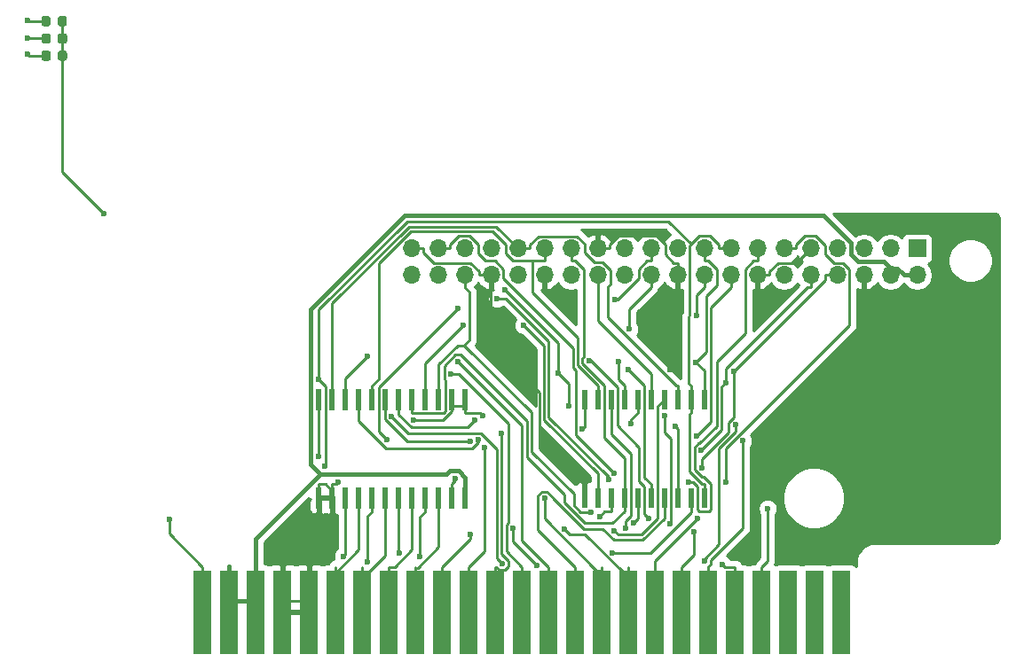
<source format=gbr>
G04 #@! TF.GenerationSoftware,KiCad,Pcbnew,5.1.5-52549c5~86~ubuntu18.04.1*
G04 #@! TF.CreationDate,2020-05-20T13:59:01+09:00*
G04 #@! TF.ProjectId,rpmpv1,72706d70-7631-42e6-9b69-6361645f7063,rev?*
G04 #@! TF.SameCoordinates,Original*
G04 #@! TF.FileFunction,Copper,L2,Bot*
G04 #@! TF.FilePolarity,Positive*
%FSLAX46Y46*%
G04 Gerber Fmt 4.6, Leading zero omitted, Abs format (unit mm)*
G04 Created by KiCad (PCBNEW 5.1.5-52549c5~86~ubuntu18.04.1) date 2020-05-20 13:59:01*
%MOMM*%
%LPD*%
G04 APERTURE LIST*
%ADD10R,1.800000X8.000000*%
%ADD11R,0.600000X1.950000*%
%ADD12R,0.600000X2.000000*%
%ADD13C,0.100000*%
%ADD14R,1.700000X1.700000*%
%ADD15O,1.700000X1.700000*%
%ADD16C,0.600000*%
%ADD17C,0.250000*%
%ADD18C,0.400000*%
%ADD19C,0.254000*%
G04 APERTURE END LIST*
D10*
X187972840Y-109799440D03*
X185432840Y-109799440D03*
X182892840Y-109799440D03*
X180352840Y-109799440D03*
X177812840Y-109799440D03*
X175272840Y-109799440D03*
X172732840Y-109799440D03*
X170192840Y-109799440D03*
X167652840Y-109799440D03*
X165112840Y-109799440D03*
X162572840Y-109799440D03*
X160032840Y-109799440D03*
X157492840Y-109799440D03*
X154952840Y-109799440D03*
X152412840Y-109799440D03*
X149872840Y-109799440D03*
X147332840Y-109799440D03*
X144792840Y-109799440D03*
X142252840Y-109799440D03*
X139712840Y-109799440D03*
X137172840Y-109799440D03*
X134632840Y-109799440D03*
X132092840Y-109799440D03*
X129552840Y-109799440D03*
X127012840Y-109799440D03*
D11*
X174879000Y-98871500D03*
X173609000Y-98871500D03*
X172339000Y-98871500D03*
X171069000Y-98871500D03*
X169799000Y-98871500D03*
X168529000Y-98871500D03*
X167259000Y-98871500D03*
X165989000Y-98871500D03*
X164719000Y-98871500D03*
X163449000Y-98871500D03*
X163449000Y-89471500D03*
X164719000Y-89471500D03*
X165989000Y-89471500D03*
X167259000Y-89471500D03*
X168529000Y-89471500D03*
X169799000Y-89471500D03*
X171069000Y-89471500D03*
X172339000Y-89471500D03*
X173609000Y-89471500D03*
X174879000Y-89471500D03*
D12*
X152083000Y-98869500D03*
X150813000Y-98869500D03*
X149543000Y-98869500D03*
X148273000Y-98869500D03*
X147003000Y-98869500D03*
X145733000Y-98869500D03*
X144463000Y-98869500D03*
X143193000Y-98869500D03*
X141923000Y-98869500D03*
X140653000Y-98869500D03*
X139383000Y-98869500D03*
X138113000Y-98869500D03*
X138113000Y-89469500D03*
X139383000Y-89469500D03*
X140653000Y-89469500D03*
X141923000Y-89469500D03*
X143193000Y-89469500D03*
X144463000Y-89469500D03*
X145733000Y-89469500D03*
X147003000Y-89469500D03*
X148273000Y-89469500D03*
X149543000Y-89469500D03*
X150813000Y-89469500D03*
X152083000Y-89469500D03*
G04 #@! TA.AperFunction,SMDPad,CuDef*
D13*
G36*
X112304691Y-52866053D02*
G01*
X112325926Y-52869203D01*
X112346750Y-52874419D01*
X112366962Y-52881651D01*
X112386368Y-52890830D01*
X112404781Y-52901866D01*
X112422024Y-52914654D01*
X112437930Y-52929070D01*
X112452346Y-52944976D01*
X112465134Y-52962219D01*
X112476170Y-52980632D01*
X112485349Y-53000038D01*
X112492581Y-53020250D01*
X112497797Y-53041074D01*
X112500947Y-53062309D01*
X112502000Y-53083750D01*
X112502000Y-53596250D01*
X112500947Y-53617691D01*
X112497797Y-53638926D01*
X112492581Y-53659750D01*
X112485349Y-53679962D01*
X112476170Y-53699368D01*
X112465134Y-53717781D01*
X112452346Y-53735024D01*
X112437930Y-53750930D01*
X112422024Y-53765346D01*
X112404781Y-53778134D01*
X112386368Y-53789170D01*
X112366962Y-53798349D01*
X112346750Y-53805581D01*
X112325926Y-53810797D01*
X112304691Y-53813947D01*
X112283250Y-53815000D01*
X111845750Y-53815000D01*
X111824309Y-53813947D01*
X111803074Y-53810797D01*
X111782250Y-53805581D01*
X111762038Y-53798349D01*
X111742632Y-53789170D01*
X111724219Y-53778134D01*
X111706976Y-53765346D01*
X111691070Y-53750930D01*
X111676654Y-53735024D01*
X111663866Y-53717781D01*
X111652830Y-53699368D01*
X111643651Y-53679962D01*
X111636419Y-53659750D01*
X111631203Y-53638926D01*
X111628053Y-53617691D01*
X111627000Y-53596250D01*
X111627000Y-53083750D01*
X111628053Y-53062309D01*
X111631203Y-53041074D01*
X111636419Y-53020250D01*
X111643651Y-53000038D01*
X111652830Y-52980632D01*
X111663866Y-52962219D01*
X111676654Y-52944976D01*
X111691070Y-52929070D01*
X111706976Y-52914654D01*
X111724219Y-52901866D01*
X111742632Y-52890830D01*
X111762038Y-52881651D01*
X111782250Y-52874419D01*
X111803074Y-52869203D01*
X111824309Y-52866053D01*
X111845750Y-52865000D01*
X112283250Y-52865000D01*
X112304691Y-52866053D01*
G37*
G04 #@! TD.AperFunction*
G04 #@! TA.AperFunction,SMDPad,CuDef*
G36*
X113879691Y-52866053D02*
G01*
X113900926Y-52869203D01*
X113921750Y-52874419D01*
X113941962Y-52881651D01*
X113961368Y-52890830D01*
X113979781Y-52901866D01*
X113997024Y-52914654D01*
X114012930Y-52929070D01*
X114027346Y-52944976D01*
X114040134Y-52962219D01*
X114051170Y-52980632D01*
X114060349Y-53000038D01*
X114067581Y-53020250D01*
X114072797Y-53041074D01*
X114075947Y-53062309D01*
X114077000Y-53083750D01*
X114077000Y-53596250D01*
X114075947Y-53617691D01*
X114072797Y-53638926D01*
X114067581Y-53659750D01*
X114060349Y-53679962D01*
X114051170Y-53699368D01*
X114040134Y-53717781D01*
X114027346Y-53735024D01*
X114012930Y-53750930D01*
X113997024Y-53765346D01*
X113979781Y-53778134D01*
X113961368Y-53789170D01*
X113941962Y-53798349D01*
X113921750Y-53805581D01*
X113900926Y-53810797D01*
X113879691Y-53813947D01*
X113858250Y-53815000D01*
X113420750Y-53815000D01*
X113399309Y-53813947D01*
X113378074Y-53810797D01*
X113357250Y-53805581D01*
X113337038Y-53798349D01*
X113317632Y-53789170D01*
X113299219Y-53778134D01*
X113281976Y-53765346D01*
X113266070Y-53750930D01*
X113251654Y-53735024D01*
X113238866Y-53717781D01*
X113227830Y-53699368D01*
X113218651Y-53679962D01*
X113211419Y-53659750D01*
X113206203Y-53638926D01*
X113203053Y-53617691D01*
X113202000Y-53596250D01*
X113202000Y-53083750D01*
X113203053Y-53062309D01*
X113206203Y-53041074D01*
X113211419Y-53020250D01*
X113218651Y-53000038D01*
X113227830Y-52980632D01*
X113238866Y-52962219D01*
X113251654Y-52944976D01*
X113266070Y-52929070D01*
X113281976Y-52914654D01*
X113299219Y-52901866D01*
X113317632Y-52890830D01*
X113337038Y-52881651D01*
X113357250Y-52874419D01*
X113378074Y-52869203D01*
X113399309Y-52866053D01*
X113420750Y-52865000D01*
X113858250Y-52865000D01*
X113879691Y-52866053D01*
G37*
G04 #@! TD.AperFunction*
G04 #@! TA.AperFunction,SMDPad,CuDef*
G36*
X113887691Y-54517053D02*
G01*
X113908926Y-54520203D01*
X113929750Y-54525419D01*
X113949962Y-54532651D01*
X113969368Y-54541830D01*
X113987781Y-54552866D01*
X114005024Y-54565654D01*
X114020930Y-54580070D01*
X114035346Y-54595976D01*
X114048134Y-54613219D01*
X114059170Y-54631632D01*
X114068349Y-54651038D01*
X114075581Y-54671250D01*
X114080797Y-54692074D01*
X114083947Y-54713309D01*
X114085000Y-54734750D01*
X114085000Y-55247250D01*
X114083947Y-55268691D01*
X114080797Y-55289926D01*
X114075581Y-55310750D01*
X114068349Y-55330962D01*
X114059170Y-55350368D01*
X114048134Y-55368781D01*
X114035346Y-55386024D01*
X114020930Y-55401930D01*
X114005024Y-55416346D01*
X113987781Y-55429134D01*
X113969368Y-55440170D01*
X113949962Y-55449349D01*
X113929750Y-55456581D01*
X113908926Y-55461797D01*
X113887691Y-55464947D01*
X113866250Y-55466000D01*
X113428750Y-55466000D01*
X113407309Y-55464947D01*
X113386074Y-55461797D01*
X113365250Y-55456581D01*
X113345038Y-55449349D01*
X113325632Y-55440170D01*
X113307219Y-55429134D01*
X113289976Y-55416346D01*
X113274070Y-55401930D01*
X113259654Y-55386024D01*
X113246866Y-55368781D01*
X113235830Y-55350368D01*
X113226651Y-55330962D01*
X113219419Y-55310750D01*
X113214203Y-55289926D01*
X113211053Y-55268691D01*
X113210000Y-55247250D01*
X113210000Y-54734750D01*
X113211053Y-54713309D01*
X113214203Y-54692074D01*
X113219419Y-54671250D01*
X113226651Y-54651038D01*
X113235830Y-54631632D01*
X113246866Y-54613219D01*
X113259654Y-54595976D01*
X113274070Y-54580070D01*
X113289976Y-54565654D01*
X113307219Y-54552866D01*
X113325632Y-54541830D01*
X113345038Y-54532651D01*
X113365250Y-54525419D01*
X113386074Y-54520203D01*
X113407309Y-54517053D01*
X113428750Y-54516000D01*
X113866250Y-54516000D01*
X113887691Y-54517053D01*
G37*
G04 #@! TD.AperFunction*
G04 #@! TA.AperFunction,SMDPad,CuDef*
G36*
X112312691Y-54517053D02*
G01*
X112333926Y-54520203D01*
X112354750Y-54525419D01*
X112374962Y-54532651D01*
X112394368Y-54541830D01*
X112412781Y-54552866D01*
X112430024Y-54565654D01*
X112445930Y-54580070D01*
X112460346Y-54595976D01*
X112473134Y-54613219D01*
X112484170Y-54631632D01*
X112493349Y-54651038D01*
X112500581Y-54671250D01*
X112505797Y-54692074D01*
X112508947Y-54713309D01*
X112510000Y-54734750D01*
X112510000Y-55247250D01*
X112508947Y-55268691D01*
X112505797Y-55289926D01*
X112500581Y-55310750D01*
X112493349Y-55330962D01*
X112484170Y-55350368D01*
X112473134Y-55368781D01*
X112460346Y-55386024D01*
X112445930Y-55401930D01*
X112430024Y-55416346D01*
X112412781Y-55429134D01*
X112394368Y-55440170D01*
X112374962Y-55449349D01*
X112354750Y-55456581D01*
X112333926Y-55461797D01*
X112312691Y-55464947D01*
X112291250Y-55466000D01*
X111853750Y-55466000D01*
X111832309Y-55464947D01*
X111811074Y-55461797D01*
X111790250Y-55456581D01*
X111770038Y-55449349D01*
X111750632Y-55440170D01*
X111732219Y-55429134D01*
X111714976Y-55416346D01*
X111699070Y-55401930D01*
X111684654Y-55386024D01*
X111671866Y-55368781D01*
X111660830Y-55350368D01*
X111651651Y-55330962D01*
X111644419Y-55310750D01*
X111639203Y-55289926D01*
X111636053Y-55268691D01*
X111635000Y-55247250D01*
X111635000Y-54734750D01*
X111636053Y-54713309D01*
X111639203Y-54692074D01*
X111644419Y-54671250D01*
X111651651Y-54651038D01*
X111660830Y-54631632D01*
X111671866Y-54613219D01*
X111684654Y-54595976D01*
X111699070Y-54580070D01*
X111714976Y-54565654D01*
X111732219Y-54552866D01*
X111750632Y-54541830D01*
X111770038Y-54532651D01*
X111790250Y-54525419D01*
X111811074Y-54520203D01*
X111832309Y-54517053D01*
X111853750Y-54516000D01*
X112291250Y-54516000D01*
X112312691Y-54517053D01*
G37*
G04 #@! TD.AperFunction*
G04 #@! TA.AperFunction,SMDPad,CuDef*
G36*
X112312691Y-56168053D02*
G01*
X112333926Y-56171203D01*
X112354750Y-56176419D01*
X112374962Y-56183651D01*
X112394368Y-56192830D01*
X112412781Y-56203866D01*
X112430024Y-56216654D01*
X112445930Y-56231070D01*
X112460346Y-56246976D01*
X112473134Y-56264219D01*
X112484170Y-56282632D01*
X112493349Y-56302038D01*
X112500581Y-56322250D01*
X112505797Y-56343074D01*
X112508947Y-56364309D01*
X112510000Y-56385750D01*
X112510000Y-56898250D01*
X112508947Y-56919691D01*
X112505797Y-56940926D01*
X112500581Y-56961750D01*
X112493349Y-56981962D01*
X112484170Y-57001368D01*
X112473134Y-57019781D01*
X112460346Y-57037024D01*
X112445930Y-57052930D01*
X112430024Y-57067346D01*
X112412781Y-57080134D01*
X112394368Y-57091170D01*
X112374962Y-57100349D01*
X112354750Y-57107581D01*
X112333926Y-57112797D01*
X112312691Y-57115947D01*
X112291250Y-57117000D01*
X111853750Y-57117000D01*
X111832309Y-57115947D01*
X111811074Y-57112797D01*
X111790250Y-57107581D01*
X111770038Y-57100349D01*
X111750632Y-57091170D01*
X111732219Y-57080134D01*
X111714976Y-57067346D01*
X111699070Y-57052930D01*
X111684654Y-57037024D01*
X111671866Y-57019781D01*
X111660830Y-57001368D01*
X111651651Y-56981962D01*
X111644419Y-56961750D01*
X111639203Y-56940926D01*
X111636053Y-56919691D01*
X111635000Y-56898250D01*
X111635000Y-56385750D01*
X111636053Y-56364309D01*
X111639203Y-56343074D01*
X111644419Y-56322250D01*
X111651651Y-56302038D01*
X111660830Y-56282632D01*
X111671866Y-56264219D01*
X111684654Y-56246976D01*
X111699070Y-56231070D01*
X111714976Y-56216654D01*
X111732219Y-56203866D01*
X111750632Y-56192830D01*
X111770038Y-56183651D01*
X111790250Y-56176419D01*
X111811074Y-56171203D01*
X111832309Y-56168053D01*
X111853750Y-56167000D01*
X112291250Y-56167000D01*
X112312691Y-56168053D01*
G37*
G04 #@! TD.AperFunction*
G04 #@! TA.AperFunction,SMDPad,CuDef*
G36*
X113887691Y-56168053D02*
G01*
X113908926Y-56171203D01*
X113929750Y-56176419D01*
X113949962Y-56183651D01*
X113969368Y-56192830D01*
X113987781Y-56203866D01*
X114005024Y-56216654D01*
X114020930Y-56231070D01*
X114035346Y-56246976D01*
X114048134Y-56264219D01*
X114059170Y-56282632D01*
X114068349Y-56302038D01*
X114075581Y-56322250D01*
X114080797Y-56343074D01*
X114083947Y-56364309D01*
X114085000Y-56385750D01*
X114085000Y-56898250D01*
X114083947Y-56919691D01*
X114080797Y-56940926D01*
X114075581Y-56961750D01*
X114068349Y-56981962D01*
X114059170Y-57001368D01*
X114048134Y-57019781D01*
X114035346Y-57037024D01*
X114020930Y-57052930D01*
X114005024Y-57067346D01*
X113987781Y-57080134D01*
X113969368Y-57091170D01*
X113949962Y-57100349D01*
X113929750Y-57107581D01*
X113908926Y-57112797D01*
X113887691Y-57115947D01*
X113866250Y-57117000D01*
X113428750Y-57117000D01*
X113407309Y-57115947D01*
X113386074Y-57112797D01*
X113365250Y-57107581D01*
X113345038Y-57100349D01*
X113325632Y-57091170D01*
X113307219Y-57080134D01*
X113289976Y-57067346D01*
X113274070Y-57052930D01*
X113259654Y-57037024D01*
X113246866Y-57019781D01*
X113235830Y-57001368D01*
X113226651Y-56981962D01*
X113219419Y-56961750D01*
X113214203Y-56940926D01*
X113211053Y-56919691D01*
X113210000Y-56898250D01*
X113210000Y-56385750D01*
X113211053Y-56364309D01*
X113214203Y-56343074D01*
X113219419Y-56322250D01*
X113226651Y-56302038D01*
X113235830Y-56282632D01*
X113246866Y-56264219D01*
X113259654Y-56246976D01*
X113274070Y-56231070D01*
X113289976Y-56216654D01*
X113307219Y-56203866D01*
X113325632Y-56192830D01*
X113345038Y-56183651D01*
X113365250Y-56176419D01*
X113386074Y-56171203D01*
X113407309Y-56168053D01*
X113428750Y-56167000D01*
X113866250Y-56167000D01*
X113887691Y-56168053D01*
G37*
G04 #@! TD.AperFunction*
D14*
X195199000Y-75057000D03*
D15*
X195199000Y-77597000D03*
X192659000Y-75057000D03*
X192659000Y-77597000D03*
X190119000Y-75057000D03*
X190119000Y-77597000D03*
X187579000Y-75057000D03*
X187579000Y-77597000D03*
X185039000Y-75057000D03*
X185039000Y-77597000D03*
X182499000Y-75057000D03*
X182499000Y-77597000D03*
X179959000Y-75057000D03*
X179959000Y-77597000D03*
X177419000Y-75057000D03*
X177419000Y-77597000D03*
X174879000Y-75057000D03*
X174879000Y-77597000D03*
X172339000Y-75057000D03*
X172339000Y-77597000D03*
X169799000Y-75057000D03*
X169799000Y-77597000D03*
X167259000Y-75057000D03*
X167259000Y-77597000D03*
X164719000Y-75057000D03*
X164719000Y-77597000D03*
X162179000Y-75057000D03*
X162179000Y-77597000D03*
X159639000Y-75057000D03*
X159639000Y-77597000D03*
X157099000Y-75057000D03*
X157099000Y-77597000D03*
X154559000Y-75057000D03*
X154559000Y-77597000D03*
X152019000Y-75057000D03*
X152019000Y-77597000D03*
X149479000Y-75057000D03*
X149479000Y-77597000D03*
X146939000Y-75057000D03*
X146939000Y-77597000D03*
D16*
X139963500Y-97415900D03*
X138101300Y-94897400D03*
X171589300Y-86588500D03*
X163575300Y-97365100D03*
X167613300Y-86618800D03*
X152990100Y-91444500D03*
X153341200Y-93353500D03*
X166674500Y-85826000D03*
X142738500Y-85352400D03*
X151883800Y-82377400D03*
X157609200Y-82377400D03*
X172079600Y-92074300D03*
X152540900Y-93457200D03*
X180937100Y-99890700D03*
X178583500Y-93426400D03*
X174892000Y-104949900D03*
X177906100Y-91904600D03*
X173884400Y-102102100D03*
X171093600Y-90995100D03*
X171613600Y-101378500D03*
X174237300Y-100843100D03*
X161567700Y-101867500D03*
X163880900Y-85787300D03*
X169588500Y-100821000D03*
X159648900Y-98925900D03*
X166138000Y-104124300D03*
X151384000Y-85854300D03*
X156618500Y-101792400D03*
X158910600Y-105302600D03*
X150719300Y-87045600D03*
X145057400Y-91113000D03*
X155593300Y-105154100D03*
X163257900Y-92327000D03*
X155538600Y-92679200D03*
X167404900Y-101768800D03*
X167919800Y-91747000D03*
X153894400Y-94084000D03*
X166298700Y-102039900D03*
X164887900Y-100669200D03*
X152548200Y-102348600D03*
X168115800Y-101286900D03*
X147739400Y-104498900D03*
X145767100Y-104167000D03*
X142710200Y-105016800D03*
X140441700Y-104445400D03*
X147145300Y-91471400D03*
X153750300Y-91044000D03*
X174089300Y-85920300D03*
X117625800Y-71695200D03*
X174584400Y-94312000D03*
X176924700Y-87862300D03*
X144568900Y-93291800D03*
X151366900Y-80796000D03*
X155903000Y-79044900D03*
X160939700Y-86944100D03*
X161997600Y-90111500D03*
X174686400Y-96034500D03*
X177670700Y-86786600D03*
X176612100Y-105248700D03*
X176983700Y-97368600D03*
X173359700Y-97358500D03*
X174165200Y-92991500D03*
X174141300Y-81465700D03*
X166270800Y-96495500D03*
X123821600Y-100944700D03*
X110336200Y-56491500D03*
X110317700Y-54991000D03*
X110341600Y-53228700D03*
X164091500Y-100262000D03*
X151136000Y-97002600D03*
X167732200Y-82762800D03*
X138639000Y-95858000D03*
X138110200Y-87561800D03*
X166370800Y-79899200D03*
X165764200Y-97120900D03*
X155115000Y-79847900D03*
D17*
X154559000Y-78772300D02*
X154483800Y-78847500D01*
X154483800Y-78847500D02*
X154483800Y-84189300D01*
X154483800Y-84189300D02*
X159147000Y-88852500D01*
X159147000Y-88852500D02*
X159147000Y-92936800D01*
X159147000Y-92936800D02*
X163575300Y-97365100D01*
X163449000Y-97571200D02*
X163449000Y-97491400D01*
X163449000Y-97491400D02*
X163575300Y-97365100D01*
X172339000Y-77597000D02*
X172339000Y-78772300D01*
X171589300Y-86588500D02*
X171589300Y-79522000D01*
X171589300Y-79522000D02*
X172339000Y-78772300D01*
X138113000Y-98869500D02*
X138113000Y-97544200D01*
X139383000Y-98206800D02*
X138720400Y-97544200D01*
X138720400Y-97544200D02*
X138113000Y-97544200D01*
X139383000Y-98206800D02*
X139383000Y-97544200D01*
X139383000Y-98869500D02*
X139383000Y-98206800D01*
X138113000Y-98869500D02*
X138113000Y-100194800D01*
X137173000Y-105474000D02*
X137173000Y-101134800D01*
X137173000Y-101134800D02*
X138113000Y-100194800D01*
X137173000Y-107636500D02*
X137173000Y-105474000D01*
X139963500Y-97415900D02*
X139835200Y-97544200D01*
X139835200Y-97544200D02*
X139383000Y-97544200D01*
X138113000Y-89469500D02*
X138113000Y-94885700D01*
X138113000Y-94885700D02*
X138101300Y-94897400D01*
X172339000Y-77597000D02*
X172339000Y-76421700D01*
X164719000Y-75057000D02*
X165894300Y-75057000D01*
X165894300Y-75057000D02*
X165894300Y-74689700D01*
X165894300Y-74689700D02*
X166711800Y-73872200D01*
X166711800Y-73872200D02*
X170331300Y-73872200D01*
X170331300Y-73872200D02*
X171163700Y-74704600D01*
X171163700Y-74704600D02*
X171163700Y-75613800D01*
X171163700Y-75613800D02*
X171971600Y-76421700D01*
X171971600Y-76421700D02*
X172339000Y-76421700D01*
X163449000Y-98871500D02*
X163449000Y-97571200D01*
X154559000Y-77597000D02*
X153383700Y-77597000D01*
X146939000Y-75057000D02*
X148114300Y-75057000D01*
X148114300Y-75057000D02*
X148114300Y-75424400D01*
X148114300Y-75424400D02*
X149111600Y-76421700D01*
X149111600Y-76421700D02*
X152575800Y-76421700D01*
X152575800Y-76421700D02*
X153383700Y-77229600D01*
X153383700Y-77229600D02*
X153383700Y-77597000D01*
X154559000Y-77597000D02*
X154559000Y-78772300D01*
X179959000Y-77597000D02*
X181134300Y-77597000D01*
X181134300Y-77597000D02*
X181134300Y-77229600D01*
X181134300Y-77229600D02*
X181942200Y-76421700D01*
X181942200Y-76421700D02*
X183674300Y-76421700D01*
X183674300Y-76421700D02*
X185039000Y-75057000D01*
X134633000Y-109258300D02*
X134632800Y-109258500D01*
X134632800Y-109258500D02*
X134632800Y-109799400D01*
X134633000Y-109258300D02*
X134633000Y-108717700D01*
X134633000Y-109799000D02*
X134633000Y-109258300D01*
X134633000Y-108717700D02*
X134633000Y-105474000D01*
X137172800Y-108717700D02*
X137172800Y-109799400D01*
X137173000Y-107636500D02*
X137172800Y-107636700D01*
X137172800Y-107636700D02*
X137172800Y-108717700D01*
X134633000Y-108717700D02*
X137172800Y-108717700D01*
X137173000Y-109799000D02*
X137173000Y-107636500D01*
D18*
X129553000Y-109249000D02*
X129552800Y-109249200D01*
X129552800Y-109249200D02*
X129552800Y-109799400D01*
X129553000Y-109249000D02*
X129553000Y-108699000D01*
X129553000Y-109799000D02*
X129553000Y-109249000D01*
X152083000Y-97469200D02*
X152083000Y-96959200D01*
X152083000Y-96959200D02*
X151426100Y-96302300D01*
X151426100Y-96302300D02*
X150606100Y-96302300D01*
X150606100Y-96302300D02*
X150306200Y-96602200D01*
X150306200Y-96602200D02*
X138267300Y-96602200D01*
X152083000Y-98869500D02*
X152083000Y-97469200D01*
X192659000Y-76971800D02*
X191996300Y-76309100D01*
X191996300Y-76309100D02*
X189545000Y-76309100D01*
X189545000Y-76309100D02*
X188849100Y-75613200D01*
X188849100Y-75613200D02*
X188849100Y-74507600D01*
X188849100Y-74507600D02*
X186248900Y-71907400D01*
X186248900Y-71907400D02*
X146333900Y-71907400D01*
X146333900Y-71907400D02*
X137364100Y-80877200D01*
X137364100Y-80877200D02*
X137364100Y-95699000D01*
X137364100Y-95699000D02*
X138267300Y-96602200D01*
X192659000Y-76971800D02*
X193323500Y-76971800D01*
X193323500Y-76971800D02*
X193948700Y-77597000D01*
X132093000Y-105399000D02*
X132093000Y-102776500D01*
X132093000Y-102776500D02*
X138267300Y-96602200D01*
X132093000Y-107599000D02*
X132093000Y-105399000D01*
X195199000Y-77597000D02*
X193948700Y-77597000D01*
X192659000Y-77597000D02*
X192659000Y-76971800D01*
X129553000Y-108699000D02*
X129553000Y-105399000D01*
X132092800Y-108699000D02*
X132092800Y-109799400D01*
X132093000Y-107599000D02*
X132092800Y-107599200D01*
X132092800Y-107599200D02*
X132092800Y-108699000D01*
X129553000Y-108699000D02*
X132092800Y-108699000D01*
X132093000Y-109799000D02*
X132093000Y-107599000D01*
D17*
X145733000Y-90794800D02*
X145733000Y-90943400D01*
X145733000Y-90943400D02*
X146957600Y-92168000D01*
X146957600Y-92168000D02*
X152266600Y-92168000D01*
X152266600Y-92168000D02*
X152990100Y-91444500D01*
X169799000Y-98871500D02*
X169799000Y-97571200D01*
X169799000Y-97571200D02*
X169173700Y-96945900D01*
X169173700Y-96945900D02*
X169173700Y-88179200D01*
X169173700Y-88179200D02*
X167613300Y-86618800D01*
X145733000Y-89469500D02*
X145733000Y-90794800D01*
X141923000Y-90794800D02*
X141923000Y-91530200D01*
X141923000Y-91530200D02*
X144512700Y-94119900D01*
X144512700Y-94119900D02*
X152762600Y-94119900D01*
X152762600Y-94119900D02*
X153341200Y-93541300D01*
X153341200Y-93541300D02*
X153341200Y-93353500D01*
X167259000Y-89471500D02*
X167259000Y-88171200D01*
X166674500Y-85826000D02*
X166674500Y-87586700D01*
X166674500Y-87586700D02*
X167259000Y-88171200D01*
X141923000Y-89469500D02*
X141923000Y-90794800D01*
X172339000Y-88171200D02*
X172244700Y-88171200D01*
X172244700Y-88171200D02*
X165727700Y-81654200D01*
X165727700Y-81654200D02*
X165727700Y-78697900D01*
X165727700Y-78697900D02*
X165908000Y-78517600D01*
X165908000Y-78517600D02*
X165908000Y-77123700D01*
X165908000Y-77123700D02*
X165203000Y-76418700D01*
X165203000Y-76418700D02*
X164416400Y-76418700D01*
X164416400Y-76418700D02*
X163449000Y-75451300D01*
X163449000Y-75451300D02*
X163449000Y-74568300D01*
X163449000Y-74568300D02*
X162762400Y-73881700D01*
X162762400Y-73881700D02*
X159082200Y-73881700D01*
X159082200Y-73881700D02*
X158274300Y-74689600D01*
X158274300Y-74689600D02*
X158274300Y-75057000D01*
X157099000Y-75057000D02*
X158274300Y-75057000D01*
X172339000Y-89471500D02*
X172339000Y-88171200D01*
X139383000Y-89469500D02*
X139383000Y-80279300D01*
X139383000Y-80279300D02*
X146696500Y-72965800D01*
X146696500Y-72965800D02*
X155007800Y-72965800D01*
X155007800Y-72965800D02*
X157099000Y-75057000D01*
X164719000Y-77597000D02*
X164719000Y-81942300D01*
X164719000Y-81942300D02*
X169799000Y-87022300D01*
X169799000Y-87022300D02*
X169799000Y-89471500D01*
X140653000Y-89469500D02*
X140653000Y-87437900D01*
X140653000Y-87437900D02*
X142738500Y-85352400D01*
X162179000Y-76232300D02*
X162546400Y-76232300D01*
X162546400Y-76232300D02*
X163361500Y-77047400D01*
X163361500Y-77047400D02*
X163361500Y-85422400D01*
X163361500Y-85422400D02*
X163255600Y-85528300D01*
X163255600Y-85528300D02*
X163255600Y-86046300D01*
X163255600Y-86046300D02*
X165344300Y-88135000D01*
X165344300Y-88135000D02*
X165344300Y-93143900D01*
X165344300Y-93143900D02*
X167259000Y-95058600D01*
X167259000Y-95058600D02*
X167259000Y-97571200D01*
X147003000Y-90794800D02*
X149994500Y-90794800D01*
X149994500Y-90794800D02*
X150168400Y-90620900D01*
X150168400Y-90620900D02*
X150168400Y-87602300D01*
X150168400Y-87602300D02*
X150094000Y-87527900D01*
X150094000Y-87527900D02*
X150094000Y-86255400D01*
X150094000Y-86255400D02*
X151143100Y-85206300D01*
X151143100Y-85206300D02*
X151657900Y-85206300D01*
X151657900Y-85206300D02*
X157963700Y-91512100D01*
X157963700Y-91512100D02*
X157963700Y-95003300D01*
X157963700Y-95003300D02*
X161535200Y-98574800D01*
X161535200Y-98574800D02*
X161535200Y-99353900D01*
X161535200Y-99353900D02*
X163487900Y-101306600D01*
X163487900Y-101306600D02*
X166124200Y-101306600D01*
X166124200Y-101306600D02*
X167259000Y-100171800D01*
X167259000Y-98871500D02*
X167259000Y-97571200D01*
X162179000Y-75057000D02*
X162179000Y-76232300D01*
X147003000Y-89469500D02*
X147003000Y-90794800D01*
X167259000Y-98871500D02*
X167259000Y-100171800D01*
X157609200Y-82377400D02*
X159597400Y-84365600D01*
X159597400Y-84365600D02*
X159597400Y-91412700D01*
X159597400Y-91412700D02*
X164719000Y-96534300D01*
X164719000Y-96534300D02*
X164719000Y-98871500D01*
X151883800Y-82377400D02*
X148273000Y-85988200D01*
X148273000Y-85988200D02*
X148273000Y-89469500D01*
X144463000Y-90794800D02*
X144432100Y-90825700D01*
X144432100Y-90825700D02*
X144432100Y-91374700D01*
X144432100Y-91374700D02*
X146514600Y-93457200D01*
X146514600Y-93457200D02*
X152540900Y-93457200D01*
X172339000Y-98871500D02*
X172339000Y-92333700D01*
X172339000Y-92333700D02*
X172079600Y-92074300D01*
X144463000Y-89469500D02*
X144463000Y-90794800D01*
X158447700Y-76232400D02*
X158447700Y-79232000D01*
X158447700Y-79232000D02*
X162805300Y-83589600D01*
X162805300Y-83589600D02*
X162805300Y-86232900D01*
X162805300Y-86232900D02*
X164719000Y-88146600D01*
X164719000Y-88146600D02*
X164719000Y-88171200D01*
X158447700Y-76232400D02*
X159628400Y-76232400D01*
X159628400Y-76232400D02*
X159639000Y-76221800D01*
X143193000Y-88144200D02*
X143814100Y-87523100D01*
X143814100Y-87523100D02*
X143814100Y-76485100D01*
X143814100Y-76485100D02*
X146877200Y-73422000D01*
X146877200Y-73422000D02*
X154664300Y-73422000D01*
X154664300Y-73422000D02*
X155923600Y-74681300D01*
X155923600Y-74681300D02*
X155923600Y-75546400D01*
X155923600Y-75546400D02*
X156609600Y-76232400D01*
X156609600Y-76232400D02*
X158447700Y-76232400D01*
X164719000Y-89471500D02*
X164719000Y-88171200D01*
X159639000Y-75057000D02*
X159639000Y-76221800D01*
X143193000Y-89469500D02*
X143193000Y-88144200D01*
X180353000Y-105474000D02*
X180937100Y-104889900D01*
X180937100Y-104889900D02*
X180937100Y-99890700D01*
X180353000Y-107636500D02*
X180353000Y-105474000D01*
X180353000Y-107636500D02*
X180352800Y-107636700D01*
X180352800Y-107636700D02*
X180352800Y-109799400D01*
X180353000Y-109799000D02*
X180353000Y-107636500D01*
X175273000Y-105474000D02*
X175547200Y-105199800D01*
X175547200Y-105199800D02*
X175547200Y-104809700D01*
X175547200Y-104809700D02*
X178583500Y-101773400D01*
X178583500Y-101773400D02*
X178583500Y-93426400D01*
X175273000Y-108017600D02*
X175273000Y-105474000D01*
X175273000Y-108017600D02*
X175272800Y-108017800D01*
X175272800Y-108017800D02*
X175272800Y-109799400D01*
X175273000Y-109799000D02*
X175273000Y-108017600D01*
X174892000Y-104949900D02*
X174892000Y-104711300D01*
X174892000Y-104711300D02*
X176290400Y-103312900D01*
X176290400Y-103312900D02*
X176290400Y-94198100D01*
X176290400Y-94198100D02*
X177906100Y-92582400D01*
X177906100Y-92582400D02*
X177906100Y-91904600D01*
X172733000Y-105474000D02*
X173884400Y-104322600D01*
X173884400Y-104322600D02*
X173884400Y-102102100D01*
X172733000Y-108177100D02*
X172733000Y-105474000D01*
X172733000Y-108177100D02*
X172732800Y-108177300D01*
X172732800Y-108177300D02*
X172732800Y-109799400D01*
X172733000Y-109799000D02*
X172733000Y-108177100D01*
X171093600Y-90995100D02*
X171093600Y-92625500D01*
X171093600Y-92625500D02*
X171696000Y-93227900D01*
X171696000Y-93227900D02*
X171696000Y-101296100D01*
X171696000Y-101296100D02*
X171613600Y-101378500D01*
X170193000Y-105474000D02*
X170193000Y-104887400D01*
X170193000Y-104887400D02*
X174237300Y-100843100D01*
X170193000Y-107824200D02*
X170193000Y-105474000D01*
X170193000Y-107824200D02*
X170192800Y-107824400D01*
X170192800Y-107824400D02*
X170192800Y-109799400D01*
X170193000Y-109799000D02*
X170193000Y-107824200D01*
X167653000Y-105964200D02*
X167093600Y-105964200D01*
X167093600Y-105964200D02*
X163498200Y-102368800D01*
X163498200Y-102368800D02*
X162069000Y-102368800D01*
X162069000Y-102368800D02*
X161567700Y-101867500D01*
X167653000Y-105964200D02*
X167653000Y-105474000D01*
X167653000Y-108238200D02*
X167653000Y-105964200D01*
X167653000Y-108238200D02*
X167652800Y-108238400D01*
X167652800Y-108238400D02*
X167652800Y-109799400D01*
X167653000Y-109799000D02*
X167653000Y-108238200D01*
X169588500Y-100821000D02*
X169173600Y-100406100D01*
X169173600Y-100406100D02*
X169173600Y-97761600D01*
X169173600Y-97761600D02*
X168688400Y-97276400D01*
X168688400Y-97276400D02*
X168688400Y-94043300D01*
X168688400Y-94043300D02*
X166633600Y-91988500D01*
X166633600Y-91988500D02*
X166633600Y-88307100D01*
X166633600Y-88307100D02*
X164113800Y-85787300D01*
X164113800Y-85787300D02*
X163880900Y-85787300D01*
X159648900Y-98925900D02*
X159648900Y-100886600D01*
X159648900Y-100886600D02*
X164617100Y-105854800D01*
X164617100Y-105854800D02*
X165113000Y-105854800D01*
X165113000Y-105854800D02*
X165113000Y-105474000D01*
X165113000Y-108528000D02*
X165113000Y-105854800D01*
X165113000Y-108528000D02*
X165112800Y-108528200D01*
X165112800Y-108528200D02*
X165112800Y-109799400D01*
X165113000Y-109799000D02*
X165113000Y-108528000D01*
X162573000Y-105474000D02*
X159023600Y-101924600D01*
X159023600Y-101924600D02*
X159023600Y-98639000D01*
X159023600Y-98639000D02*
X159395000Y-98267600D01*
X159395000Y-98267600D02*
X159878500Y-98267600D01*
X159878500Y-98267600D02*
X160403100Y-98792200D01*
X160403100Y-98792200D02*
X160403100Y-98886300D01*
X160403100Y-98886300D02*
X163360300Y-101843500D01*
X163360300Y-101843500D02*
X165198900Y-101843500D01*
X165198900Y-101843500D02*
X166267300Y-102911900D01*
X166267300Y-102911900D02*
X169018900Y-102911900D01*
X169018900Y-102911900D02*
X171069000Y-100861800D01*
X171069000Y-100861800D02*
X171069000Y-100171800D01*
X171069000Y-98871500D02*
X171069000Y-100171800D01*
X162573000Y-108625400D02*
X162573000Y-105474000D01*
X162573000Y-108625400D02*
X162572800Y-108625600D01*
X162572800Y-108625600D02*
X162572800Y-109799400D01*
X162573000Y-109799000D02*
X162573000Y-108625400D01*
X173609000Y-100171800D02*
X173609000Y-100268400D01*
X173609000Y-100268400D02*
X169753100Y-104124300D01*
X169753100Y-104124300D02*
X166138000Y-104124300D01*
X173609000Y-98871500D02*
X173609000Y-100171800D01*
X160033000Y-105474000D02*
X157513300Y-102954300D01*
X157513300Y-102954300D02*
X157513300Y-91983600D01*
X157513300Y-91983600D02*
X151384000Y-85854300D01*
X160033000Y-108346000D02*
X160033000Y-105474000D01*
X160033000Y-108346000D02*
X160032800Y-108346200D01*
X160032800Y-108346200D02*
X160032800Y-109799400D01*
X160033000Y-109799000D02*
X160033000Y-108346000D01*
X158910600Y-105302600D02*
X156618500Y-103010500D01*
X156618500Y-103010500D02*
X156618500Y-101792400D01*
X150719300Y-87045600D02*
X151422500Y-87045600D01*
X151422500Y-87045600D02*
X156185900Y-91809000D01*
X156185900Y-91809000D02*
X156185900Y-101279900D01*
X156185900Y-101279900D02*
X155993200Y-101472600D01*
X155993200Y-101472600D02*
X155993200Y-103974200D01*
X155993200Y-103974200D02*
X157493000Y-105474000D01*
X157493000Y-107818000D02*
X157492800Y-107818200D01*
X157492800Y-107818200D02*
X157492800Y-109799400D01*
X157493000Y-107818000D02*
X157493000Y-105474000D01*
X157493000Y-109799000D02*
X157493000Y-107818000D01*
X145057400Y-91113000D02*
X146621900Y-92677500D01*
X146621900Y-92677500D02*
X153549600Y-92677500D01*
X153549600Y-92677500D02*
X155092600Y-94220500D01*
X155092600Y-94220500D02*
X155092600Y-104653400D01*
X155092600Y-104653400D02*
X155593300Y-105154100D01*
X155538600Y-92679200D02*
X155542900Y-92683500D01*
X155542900Y-92683500D02*
X155542900Y-104219300D01*
X155542900Y-104219300D02*
X156218600Y-104895000D01*
X156218600Y-104895000D02*
X156218600Y-105413200D01*
X156218600Y-105413200D02*
X155852400Y-105779400D01*
X155852400Y-105779400D02*
X155334300Y-105779400D01*
X155334300Y-105779400D02*
X155028900Y-105474000D01*
X155028900Y-105474000D02*
X154953000Y-105474000D01*
X163449000Y-90771800D02*
X163449000Y-92135900D01*
X163449000Y-92135900D02*
X163257900Y-92327000D01*
X163449000Y-89471500D02*
X163449000Y-90771800D01*
X154953000Y-107838700D02*
X154953000Y-105474000D01*
X154953000Y-107838700D02*
X154952800Y-107838900D01*
X154952800Y-107838900D02*
X154952800Y-109799400D01*
X154953000Y-109799000D02*
X154953000Y-107838700D01*
X165989000Y-89471500D02*
X165989000Y-92791500D01*
X165989000Y-92791500D02*
X167884400Y-94686900D01*
X167884400Y-94686900D02*
X167884400Y-100634000D01*
X167884400Y-100634000D02*
X167404900Y-101113500D01*
X167404900Y-101113500D02*
X167404900Y-101768800D01*
X168529000Y-89471500D02*
X168529000Y-90771800D01*
X168529000Y-90771800D02*
X167919800Y-91381000D01*
X167919800Y-91381000D02*
X167919800Y-91747000D01*
X152413000Y-105474000D02*
X153894400Y-103992600D01*
X153894400Y-103992600D02*
X153894400Y-94084000D01*
X152413000Y-108195800D02*
X152413000Y-105474000D01*
X152413000Y-108195800D02*
X152412800Y-108196000D01*
X152412800Y-108196000D02*
X152412800Y-109799400D01*
X152413000Y-109799000D02*
X152413000Y-108195800D01*
X166298700Y-102039900D02*
X166667700Y-102408900D01*
X166667700Y-102408900D02*
X168885000Y-102408900D01*
X168885000Y-102408900D02*
X170424300Y-100869600D01*
X170424300Y-100869600D02*
X170424300Y-90116200D01*
X170424300Y-90116200D02*
X171069000Y-89471500D01*
X165989000Y-100171800D02*
X165385300Y-100171800D01*
X165385300Y-100171800D02*
X164887900Y-100669200D01*
X149873000Y-105474000D02*
X152548200Y-102798800D01*
X152548200Y-102798800D02*
X152548200Y-102348600D01*
X165989000Y-98871500D02*
X165989000Y-100171800D01*
X149873000Y-108202200D02*
X149873000Y-105474000D01*
X149873000Y-108202200D02*
X149872800Y-108202400D01*
X149872800Y-108202400D02*
X149872800Y-109799400D01*
X149873000Y-109799000D02*
X149873000Y-108202200D01*
X168115800Y-101286900D02*
X168529000Y-100873700D01*
X168529000Y-100873700D02*
X168529000Y-98871500D01*
X147333000Y-105550600D02*
X147572100Y-105550600D01*
X147572100Y-105550600D02*
X149543000Y-103579700D01*
X149543000Y-103579700D02*
X149543000Y-100194800D01*
X149543000Y-98869500D02*
X149543000Y-100194800D01*
X147333000Y-105550600D02*
X147333000Y-105474000D01*
X147333000Y-107795600D02*
X147333000Y-105550600D01*
X147333000Y-107795600D02*
X147332800Y-107795800D01*
X147332800Y-107795800D02*
X147332800Y-109799400D01*
X147333000Y-109799000D02*
X147333000Y-107795600D01*
X148273000Y-98869500D02*
X148273000Y-100194800D01*
X147739400Y-104498900D02*
X147739400Y-100728400D01*
X147739400Y-100728400D02*
X148273000Y-100194800D01*
X144793000Y-105474000D02*
X145344500Y-105474000D01*
X145344500Y-105474000D02*
X147003000Y-103815500D01*
X147003000Y-103815500D02*
X147003000Y-100194800D01*
X147003000Y-98869500D02*
X147003000Y-100194800D01*
X144793000Y-107636500D02*
X144793000Y-105474000D01*
X144793000Y-107636500D02*
X144792800Y-107636700D01*
X144792800Y-107636700D02*
X144792800Y-109799400D01*
X144793000Y-109799000D02*
X144793000Y-107636500D01*
X145767100Y-104167000D02*
X145733000Y-104132900D01*
X145733000Y-104132900D02*
X145733000Y-98869500D01*
X142253000Y-108209000D02*
X142252800Y-108209200D01*
X142252800Y-108209200D02*
X142252800Y-109799400D01*
X142253000Y-108209000D02*
X142253000Y-106619000D01*
X142253000Y-109799000D02*
X142253000Y-108209000D01*
X144463000Y-98869500D02*
X144463000Y-100194800D01*
X144463000Y-100194800D02*
X144463000Y-104409000D01*
X144463000Y-104409000D02*
X142253000Y-106619000D01*
X142253000Y-106619000D02*
X142253000Y-105474000D01*
X143193000Y-100194800D02*
X142710200Y-100677600D01*
X142710200Y-100677600D02*
X142710200Y-105016800D01*
X143193000Y-98869500D02*
X143193000Y-100194800D01*
X139713000Y-107893900D02*
X139712800Y-107894100D01*
X139712800Y-107894100D02*
X139712800Y-109799400D01*
X139713000Y-107893900D02*
X139713000Y-105988800D01*
X139713000Y-109799000D02*
X139713000Y-107893900D01*
X139713000Y-105988800D02*
X139782700Y-105988800D01*
X139782700Y-105988800D02*
X141923000Y-103848500D01*
X141923000Y-103848500D02*
X141923000Y-98869500D01*
X139713000Y-105988800D02*
X139713000Y-105474000D01*
X140441700Y-104445400D02*
X140653000Y-104234100D01*
X140653000Y-104234100D02*
X140653000Y-98869500D01*
X147145300Y-91471400D02*
X149966600Y-91471400D01*
X149966600Y-91471400D02*
X150813000Y-90625000D01*
X150813000Y-90625000D02*
X150813000Y-90132100D01*
X150813000Y-89469500D02*
X150813000Y-90132100D01*
X152083000Y-90132100D02*
X152083000Y-90794800D01*
X152083000Y-89469500D02*
X152083000Y-90132100D01*
X152083000Y-90132100D02*
X150813000Y-90132100D01*
X152083000Y-90794800D02*
X153501100Y-90794800D01*
X153501100Y-90794800D02*
X153750300Y-91044000D01*
X174879000Y-75057000D02*
X174879000Y-76232300D01*
X174879000Y-76232300D02*
X175246300Y-76232300D01*
X175246300Y-76232300D02*
X176062300Y-77048300D01*
X176062300Y-77048300D02*
X176062300Y-78561200D01*
X176062300Y-78561200D02*
X175053900Y-79569600D01*
X175053900Y-79569600D02*
X175053900Y-84955700D01*
X175053900Y-84955700D02*
X174089300Y-85920300D01*
X174089300Y-85920300D02*
X174879000Y-86710000D01*
X174879000Y-86710000D02*
X174879000Y-89471500D01*
X117625800Y-71695200D02*
X113647500Y-67716900D01*
X113647500Y-67716900D02*
X113647500Y-56642000D01*
X113647500Y-56642000D02*
X113647500Y-54991000D01*
X113647500Y-54991000D02*
X113639500Y-54983000D01*
X113639500Y-54983000D02*
X113639500Y-53340000D01*
X176924700Y-87862300D02*
X176542500Y-88244500D01*
X176542500Y-88244500D02*
X176542500Y-92353900D01*
X176542500Y-92353900D02*
X174584400Y-94312000D01*
X185039000Y-78772300D02*
X184732200Y-78772300D01*
X184732200Y-78772300D02*
X176924700Y-86579800D01*
X176924700Y-86579800D02*
X176924700Y-87862300D01*
X185039000Y-77597000D02*
X185039000Y-78772300D01*
X144568900Y-93291800D02*
X143837700Y-92560600D01*
X143837700Y-92560600D02*
X143837700Y-88325200D01*
X143837700Y-88325200D02*
X151366900Y-80796000D01*
X161997600Y-90111500D02*
X161997600Y-88002000D01*
X161997600Y-88002000D02*
X160939700Y-86944100D01*
X155903000Y-79044900D02*
X160939700Y-84081600D01*
X160939700Y-84081600D02*
X160939700Y-86944100D01*
X177670700Y-86786600D02*
X177670700Y-91226300D01*
X177670700Y-91226300D02*
X177217900Y-91679100D01*
X177217900Y-91679100D02*
X177217900Y-92633700D01*
X177217900Y-92633700D02*
X174686400Y-95165200D01*
X174686400Y-95165200D02*
X174686400Y-96034500D01*
X186403700Y-77597000D02*
X186403700Y-78053600D01*
X186403700Y-78053600D02*
X177670700Y-86786600D01*
X187579000Y-77597000D02*
X186403700Y-77597000D01*
X177813000Y-105474000D02*
X176837400Y-105474000D01*
X176837400Y-105474000D02*
X176612100Y-105248700D01*
X177813000Y-107771800D02*
X177813000Y-105474000D01*
X177813000Y-107771800D02*
X177812800Y-107772000D01*
X177812800Y-107772000D02*
X177812800Y-109799400D01*
X177813000Y-109799000D02*
X177813000Y-107771800D01*
X176983700Y-97368600D02*
X176983700Y-94141700D01*
X176983700Y-94141700D02*
X188755900Y-82369500D01*
X188755900Y-82369500D02*
X188755900Y-77072900D01*
X188755900Y-77072900D02*
X188104600Y-76421600D01*
X188104600Y-76421600D02*
X187242600Y-76421600D01*
X187242600Y-76421600D02*
X186403600Y-75582600D01*
X186403600Y-75582600D02*
X186403600Y-74749700D01*
X186403600Y-74749700D02*
X185506900Y-73853000D01*
X185506900Y-73853000D02*
X184511000Y-73853000D01*
X184511000Y-73853000D02*
X183674300Y-74689700D01*
X183674300Y-74689700D02*
X183674300Y-75057000D01*
X182499000Y-75057000D02*
X183674300Y-75057000D01*
X179959000Y-76232300D02*
X179591600Y-76232300D01*
X179591600Y-76232300D02*
X178783700Y-77040200D01*
X178783700Y-77040200D02*
X178783700Y-83171600D01*
X178783700Y-83171600D02*
X176082700Y-85872600D01*
X176082700Y-85872600D02*
X176082700Y-92040400D01*
X176082700Y-92040400D02*
X174436400Y-93686700D01*
X174436400Y-93686700D02*
X174325400Y-93686700D01*
X174325400Y-93686700D02*
X173959100Y-94053000D01*
X173959100Y-94053000D02*
X173959100Y-96191600D01*
X173959100Y-96191600D02*
X174623900Y-96856400D01*
X174623900Y-96856400D02*
X174848300Y-96856400D01*
X174848300Y-96856400D02*
X175519900Y-97528000D01*
X175519900Y-97528000D02*
X175519900Y-100007600D01*
X175519900Y-100007600D02*
X175355600Y-100171900D01*
X175355600Y-100171900D02*
X174391300Y-100171900D01*
X174391300Y-100171900D02*
X174234300Y-100014900D01*
X174234300Y-100014900D02*
X174234300Y-97761700D01*
X174234300Y-97761700D02*
X173831200Y-97358600D01*
X173831200Y-97358600D02*
X173359700Y-97358600D01*
X173359700Y-97358600D02*
X173359700Y-97358500D01*
X179959000Y-75057000D02*
X179959000Y-76232300D01*
X177419000Y-78772300D02*
X175504300Y-80687000D01*
X175504300Y-80687000D02*
X175504300Y-91652400D01*
X175504300Y-91652400D02*
X174165200Y-92991500D01*
X177419000Y-77597000D02*
X177419000Y-78772300D01*
X174879000Y-77597000D02*
X174879000Y-78772300D01*
X174879000Y-78772300D02*
X174141300Y-79510000D01*
X174141300Y-79510000D02*
X174141300Y-81465700D01*
X150654300Y-75057000D02*
X150654300Y-74689700D01*
X150654300Y-74689700D02*
X151471700Y-73872300D01*
X151471700Y-73872300D02*
X152505700Y-73872300D01*
X152505700Y-73872300D02*
X153335900Y-74702500D01*
X153335900Y-74702500D02*
X153335900Y-75563100D01*
X153335900Y-75563100D02*
X154005100Y-76232300D01*
X154005100Y-76232300D02*
X154926400Y-76232300D01*
X154926400Y-76232300D02*
X155734300Y-77040200D01*
X155734300Y-77040200D02*
X155734300Y-77937300D01*
X155734300Y-77937300D02*
X162355000Y-84558000D01*
X162355000Y-84558000D02*
X162355000Y-86419500D01*
X162355000Y-86419500D02*
X162623400Y-86687900D01*
X162623400Y-86687900D02*
X162623400Y-92848100D01*
X162623400Y-92848100D02*
X166270800Y-96495500D01*
X149479000Y-75057000D02*
X150654300Y-75057000D01*
X127013000Y-107636500D02*
X127012800Y-107636700D01*
X127012800Y-107636700D02*
X127012800Y-109799400D01*
X127013000Y-107636500D02*
X127013000Y-105474000D01*
X127013000Y-109799000D02*
X127013000Y-107636500D01*
X127013000Y-105474000D02*
X123821600Y-102282600D01*
X123821600Y-102282600D02*
X123821600Y-100944700D01*
X112072500Y-56642000D02*
X110486700Y-56642000D01*
X110486700Y-56642000D02*
X110336200Y-56491500D01*
X112072500Y-54991000D02*
X110317700Y-54991000D01*
X112064500Y-53340000D02*
X110452900Y-53340000D01*
X110452900Y-53340000D02*
X110341600Y-53228700D01*
X151990500Y-84303000D02*
X158414100Y-90726600D01*
X158414100Y-90726600D02*
X158414100Y-94479900D01*
X158414100Y-94479900D02*
X162435800Y-98501600D01*
X162435800Y-98501600D02*
X162435800Y-99609700D01*
X162435800Y-99609700D02*
X163088100Y-100262000D01*
X163088100Y-100262000D02*
X164091500Y-100262000D01*
X151990500Y-84303000D02*
X151388700Y-84303000D01*
X151388700Y-84303000D02*
X149543000Y-86148700D01*
X149543000Y-86148700D02*
X149543000Y-88144200D01*
X151990500Y-84303000D02*
X152517000Y-83776500D01*
X152517000Y-83776500D02*
X152517000Y-79270300D01*
X152517000Y-79270300D02*
X152019000Y-78772300D01*
X149543000Y-89469500D02*
X149543000Y-88144200D01*
X152019000Y-77597000D02*
X152019000Y-78772300D01*
X150813000Y-97544200D02*
X151136000Y-97221200D01*
X151136000Y-97221200D02*
X151136000Y-97002600D01*
X169799000Y-78772300D02*
X167732200Y-80839100D01*
X167732200Y-80839100D02*
X167732200Y-82762800D01*
X150813000Y-98869500D02*
X150813000Y-97544200D01*
X169799000Y-77597000D02*
X169799000Y-78772300D01*
X173609000Y-90771800D02*
X173508800Y-90872000D01*
X173508800Y-90872000D02*
X173508800Y-96378200D01*
X173508800Y-96378200D02*
X174701800Y-97571200D01*
X174701800Y-97571200D02*
X174879000Y-97571200D01*
X138110200Y-87561800D02*
X138738400Y-88190000D01*
X138738400Y-88190000D02*
X138738400Y-95758600D01*
X138738400Y-95758600D02*
X138639000Y-95858000D01*
X173623400Y-74638900D02*
X171463000Y-72478500D01*
X171463000Y-72478500D02*
X146519600Y-72478500D01*
X146519600Y-72478500D02*
X138110200Y-80887900D01*
X138110200Y-80887900D02*
X138110200Y-87561800D01*
X173623400Y-74638900D02*
X173516000Y-74746300D01*
X173516000Y-74746300D02*
X173516000Y-81452700D01*
X173516000Y-81452700D02*
X173419200Y-81549500D01*
X173419200Y-81549500D02*
X173419200Y-87981400D01*
X173419200Y-87981400D02*
X173609000Y-88171200D01*
X176243700Y-75057000D02*
X176243700Y-74689700D01*
X176243700Y-74689700D02*
X175392000Y-73838000D01*
X175392000Y-73838000D02*
X174424300Y-73838000D01*
X174424300Y-73838000D02*
X173623400Y-74638900D01*
X173609000Y-89471500D02*
X173609000Y-88171200D01*
X177419000Y-75057000D02*
X176243700Y-75057000D01*
X174879000Y-98871500D02*
X174879000Y-97571200D01*
X173609000Y-89471500D02*
X173609000Y-90771800D01*
X166370800Y-79899200D02*
X166631900Y-79899200D01*
X166631900Y-79899200D02*
X168623700Y-77907400D01*
X168623700Y-77907400D02*
X168623700Y-77040200D01*
X168623700Y-77040200D02*
X169431600Y-76232300D01*
X169431600Y-76232300D02*
X169799000Y-76232300D01*
X169799000Y-75057000D02*
X169799000Y-76232300D01*
X155115000Y-79847900D02*
X155985200Y-79847900D01*
X155985200Y-79847900D02*
X160047800Y-83910500D01*
X160047800Y-83910500D02*
X160047800Y-91156800D01*
X160047800Y-91156800D02*
X165764200Y-96873200D01*
X165764200Y-96873200D02*
X165764200Y-97120900D01*
D19*
G36*
X138240000Y-98742500D02*
G01*
X139256000Y-98742500D01*
X139256000Y-98722500D01*
X139510000Y-98722500D01*
X139510000Y-98742500D01*
X139530000Y-98742500D01*
X139530000Y-98996500D01*
X139510000Y-98996500D01*
X139510000Y-100345750D01*
X139668750Y-100504500D01*
X139683000Y-100507572D01*
X139807482Y-100495312D01*
X139893001Y-100469370D01*
X139893000Y-103687514D01*
X139845672Y-103719138D01*
X139715438Y-103849372D01*
X139613114Y-104002511D01*
X139542632Y-104172671D01*
X139506700Y-104353311D01*
X139506700Y-104537489D01*
X139542632Y-104718129D01*
X139547546Y-104729993D01*
X139420754Y-104768454D01*
X139288725Y-104839026D01*
X139173000Y-104933999D01*
X139078026Y-105049724D01*
X139018350Y-105161368D01*
X138812840Y-105161368D01*
X138688358Y-105173628D01*
X138568660Y-105209938D01*
X138458346Y-105268903D01*
X138442840Y-105281628D01*
X138427334Y-105268903D01*
X138317020Y-105209938D01*
X138197322Y-105173628D01*
X138072840Y-105161368D01*
X137458590Y-105164440D01*
X137299840Y-105323190D01*
X137299840Y-109672440D01*
X137319840Y-109672440D01*
X137319840Y-109926440D01*
X137299840Y-109926440D01*
X137299840Y-109946440D01*
X137045840Y-109946440D01*
X137045840Y-109926440D01*
X134759840Y-109926440D01*
X134759840Y-109946440D01*
X134505840Y-109946440D01*
X134505840Y-109926440D01*
X134485840Y-109926440D01*
X134485840Y-109672440D01*
X134505840Y-109672440D01*
X134505840Y-105323190D01*
X134759840Y-105323190D01*
X134759840Y-109672440D01*
X137045840Y-109672440D01*
X137045840Y-105323190D01*
X136887090Y-105164440D01*
X136272840Y-105161368D01*
X136148358Y-105173628D01*
X136028660Y-105209938D01*
X135918346Y-105268903D01*
X135902840Y-105281628D01*
X135887334Y-105268903D01*
X135777020Y-105209938D01*
X135657322Y-105173628D01*
X135532840Y-105161368D01*
X134918590Y-105164440D01*
X134759840Y-105323190D01*
X134505840Y-105323190D01*
X134347090Y-105164440D01*
X133732840Y-105161368D01*
X133608358Y-105173628D01*
X133488660Y-105209938D01*
X133378346Y-105268903D01*
X133362840Y-105281628D01*
X133347334Y-105268903D01*
X133237020Y-105209938D01*
X133117322Y-105173628D01*
X132992840Y-105161368D01*
X132928000Y-105161368D01*
X132928000Y-103122367D01*
X137178000Y-98872368D01*
X137178000Y-98996502D01*
X137336748Y-98996502D01*
X137178000Y-99155250D01*
X137174928Y-99869500D01*
X137187188Y-99993982D01*
X137223498Y-100113680D01*
X137282463Y-100223994D01*
X137361815Y-100320685D01*
X137458506Y-100400037D01*
X137568820Y-100459002D01*
X137688518Y-100495312D01*
X137813000Y-100507572D01*
X137827250Y-100504500D01*
X137986000Y-100345750D01*
X137986000Y-98996500D01*
X138240000Y-98996500D01*
X138240000Y-100345750D01*
X138398750Y-100504500D01*
X138413000Y-100507572D01*
X138537482Y-100495312D01*
X138657180Y-100459002D01*
X138748000Y-100410457D01*
X138838820Y-100459002D01*
X138958518Y-100495312D01*
X139083000Y-100507572D01*
X139097250Y-100504500D01*
X139256000Y-100345750D01*
X139256000Y-98996500D01*
X138240000Y-98996500D01*
X137986000Y-98996500D01*
X137966000Y-98996500D01*
X137966000Y-98742500D01*
X137986000Y-98742500D01*
X137986000Y-98722500D01*
X138240000Y-98722500D01*
X138240000Y-98742500D01*
G37*
X138240000Y-98742500D02*
X139256000Y-98742500D01*
X139256000Y-98722500D01*
X139510000Y-98722500D01*
X139510000Y-98742500D01*
X139530000Y-98742500D01*
X139530000Y-98996500D01*
X139510000Y-98996500D01*
X139510000Y-100345750D01*
X139668750Y-100504500D01*
X139683000Y-100507572D01*
X139807482Y-100495312D01*
X139893001Y-100469370D01*
X139893000Y-103687514D01*
X139845672Y-103719138D01*
X139715438Y-103849372D01*
X139613114Y-104002511D01*
X139542632Y-104172671D01*
X139506700Y-104353311D01*
X139506700Y-104537489D01*
X139542632Y-104718129D01*
X139547546Y-104729993D01*
X139420754Y-104768454D01*
X139288725Y-104839026D01*
X139173000Y-104933999D01*
X139078026Y-105049724D01*
X139018350Y-105161368D01*
X138812840Y-105161368D01*
X138688358Y-105173628D01*
X138568660Y-105209938D01*
X138458346Y-105268903D01*
X138442840Y-105281628D01*
X138427334Y-105268903D01*
X138317020Y-105209938D01*
X138197322Y-105173628D01*
X138072840Y-105161368D01*
X137458590Y-105164440D01*
X137299840Y-105323190D01*
X137299840Y-109672440D01*
X137319840Y-109672440D01*
X137319840Y-109926440D01*
X137299840Y-109926440D01*
X137299840Y-109946440D01*
X137045840Y-109946440D01*
X137045840Y-109926440D01*
X134759840Y-109926440D01*
X134759840Y-109946440D01*
X134505840Y-109946440D01*
X134505840Y-109926440D01*
X134485840Y-109926440D01*
X134485840Y-109672440D01*
X134505840Y-109672440D01*
X134505840Y-105323190D01*
X134759840Y-105323190D01*
X134759840Y-109672440D01*
X137045840Y-109672440D01*
X137045840Y-105323190D01*
X136887090Y-105164440D01*
X136272840Y-105161368D01*
X136148358Y-105173628D01*
X136028660Y-105209938D01*
X135918346Y-105268903D01*
X135902840Y-105281628D01*
X135887334Y-105268903D01*
X135777020Y-105209938D01*
X135657322Y-105173628D01*
X135532840Y-105161368D01*
X134918590Y-105164440D01*
X134759840Y-105323190D01*
X134505840Y-105323190D01*
X134347090Y-105164440D01*
X133732840Y-105161368D01*
X133608358Y-105173628D01*
X133488660Y-105209938D01*
X133378346Y-105268903D01*
X133362840Y-105281628D01*
X133347334Y-105268903D01*
X133237020Y-105209938D01*
X133117322Y-105173628D01*
X132992840Y-105161368D01*
X132928000Y-105161368D01*
X132928000Y-103122367D01*
X137178000Y-98872368D01*
X137178000Y-98996502D01*
X137336748Y-98996502D01*
X137178000Y-99155250D01*
X137174928Y-99869500D01*
X137187188Y-99993982D01*
X137223498Y-100113680D01*
X137282463Y-100223994D01*
X137361815Y-100320685D01*
X137458506Y-100400037D01*
X137568820Y-100459002D01*
X137688518Y-100495312D01*
X137813000Y-100507572D01*
X137827250Y-100504500D01*
X137986000Y-100345750D01*
X137986000Y-98996500D01*
X138240000Y-98996500D01*
X138240000Y-100345750D01*
X138398750Y-100504500D01*
X138413000Y-100507572D01*
X138537482Y-100495312D01*
X138657180Y-100459002D01*
X138748000Y-100410457D01*
X138838820Y-100459002D01*
X138958518Y-100495312D01*
X139083000Y-100507572D01*
X139097250Y-100504500D01*
X139256000Y-100345750D01*
X139256000Y-98996500D01*
X138240000Y-98996500D01*
X137986000Y-98996500D01*
X137966000Y-98996500D01*
X137966000Y-98742500D01*
X137986000Y-98742500D01*
X137986000Y-98722500D01*
X138240000Y-98722500D01*
X138240000Y-98742500D01*
G36*
X202648446Y-71714587D02*
G01*
X202728704Y-71738819D01*
X202802733Y-71778180D01*
X202867705Y-71831170D01*
X202921150Y-71895773D01*
X202961028Y-71969526D01*
X202985821Y-72049618D01*
X202998001Y-72165507D01*
X202998000Y-102708271D01*
X202986413Y-102826446D01*
X202962182Y-102906703D01*
X202922819Y-102980734D01*
X202869827Y-103045708D01*
X202805225Y-103099152D01*
X202731473Y-103139029D01*
X202651383Y-103163821D01*
X202535503Y-103176000D01*
X191189023Y-103176000D01*
X191158574Y-103178999D01*
X191151573Y-103178950D01*
X191141707Y-103179917D01*
X190919855Y-103203234D01*
X190856831Y-103216171D01*
X190793605Y-103228232D01*
X190784121Y-103231096D01*
X190784117Y-103231097D01*
X190784114Y-103231098D01*
X190784115Y-103231098D01*
X190571017Y-103297062D01*
X190511708Y-103321994D01*
X190452029Y-103346106D01*
X190443276Y-103350760D01*
X190247049Y-103456860D01*
X190193717Y-103492833D01*
X190139855Y-103528079D01*
X190132175Y-103534343D01*
X190132171Y-103534346D01*
X190132167Y-103534350D01*
X189960290Y-103676538D01*
X189914953Y-103722193D01*
X189868970Y-103767223D01*
X189862651Y-103774861D01*
X189721661Y-103947731D01*
X189686041Y-104001343D01*
X189649692Y-104054430D01*
X189644977Y-104063150D01*
X189540250Y-104260114D01*
X189515727Y-104319612D01*
X189490379Y-104378753D01*
X189487448Y-104388223D01*
X189422972Y-104601776D01*
X189410484Y-104664844D01*
X189397092Y-104727848D01*
X189396056Y-104737707D01*
X189374288Y-104959717D01*
X189374288Y-104959733D01*
X189370901Y-104994123D01*
X189370901Y-105405374D01*
X189324025Y-105348255D01*
X189227334Y-105268903D01*
X189117020Y-105209938D01*
X188997322Y-105173628D01*
X188872840Y-105161368D01*
X187072840Y-105161368D01*
X186948358Y-105173628D01*
X186828660Y-105209938D01*
X186718346Y-105268903D01*
X186702840Y-105281628D01*
X186687334Y-105268903D01*
X186577020Y-105209938D01*
X186457322Y-105173628D01*
X186332840Y-105161368D01*
X184532840Y-105161368D01*
X184408358Y-105173628D01*
X184288660Y-105209938D01*
X184178346Y-105268903D01*
X184162840Y-105281628D01*
X184147334Y-105268903D01*
X184037020Y-105209938D01*
X183917322Y-105173628D01*
X183792840Y-105161368D01*
X181992840Y-105161368D01*
X181868358Y-105173628D01*
X181748660Y-105209938D01*
X181638346Y-105268903D01*
X181622840Y-105281628D01*
X181607334Y-105268903D01*
X181598731Y-105264305D01*
X181642646Y-105182147D01*
X181645519Y-105172677D01*
X181686103Y-105038886D01*
X181697100Y-104927233D01*
X181697100Y-104927224D01*
X181700776Y-104889901D01*
X181697100Y-104852578D01*
X181697100Y-100436235D01*
X181765686Y-100333589D01*
X181836168Y-100163429D01*
X181872100Y-99982789D01*
X181872100Y-99798611D01*
X181836168Y-99617971D01*
X181765686Y-99447811D01*
X181663362Y-99294672D01*
X181533128Y-99164438D01*
X181379989Y-99062114D01*
X181209829Y-98991632D01*
X181029189Y-98955700D01*
X180845011Y-98955700D01*
X180664371Y-98991632D01*
X180494211Y-99062114D01*
X180341072Y-99164438D01*
X180210838Y-99294672D01*
X180108514Y-99447811D01*
X180038032Y-99617971D01*
X180002100Y-99798611D01*
X180002100Y-99982789D01*
X180038032Y-100163429D01*
X180108514Y-100333589D01*
X180177101Y-100436237D01*
X180177100Y-104575098D01*
X179841998Y-104910201D01*
X179813000Y-104933999D01*
X179789202Y-104962997D01*
X179789201Y-104962998D01*
X179718026Y-105049724D01*
X179658351Y-105161368D01*
X179452840Y-105161368D01*
X179328358Y-105173628D01*
X179208660Y-105209938D01*
X179098346Y-105268903D01*
X179082840Y-105281628D01*
X179067334Y-105268903D01*
X178957020Y-105209938D01*
X178837322Y-105173628D01*
X178712840Y-105161368D01*
X178507650Y-105161368D01*
X178447974Y-105049724D01*
X178353001Y-104933999D01*
X178237276Y-104839026D01*
X178105247Y-104768454D01*
X177961986Y-104724997D01*
X177813000Y-104710323D01*
X177775667Y-104714000D01*
X177379340Y-104714000D01*
X177338362Y-104652672D01*
X177208128Y-104522438D01*
X177054989Y-104420114D01*
X177024299Y-104407402D01*
X179094504Y-102337198D01*
X179123501Y-102313401D01*
X179218474Y-102197676D01*
X179289046Y-102065647D01*
X179332503Y-101922386D01*
X179343500Y-101810733D01*
X179343500Y-101810725D01*
X179347176Y-101773400D01*
X179343500Y-101736075D01*
X179343500Y-98602018D01*
X182370122Y-98602018D01*
X182370122Y-99187782D01*
X182484399Y-99762290D01*
X182708561Y-100303465D01*
X183033994Y-100790509D01*
X183448191Y-101204706D01*
X183935235Y-101530139D01*
X184476410Y-101754301D01*
X185050918Y-101868578D01*
X185636682Y-101868578D01*
X186211190Y-101754301D01*
X186752365Y-101530139D01*
X187239409Y-101204706D01*
X187653606Y-100790509D01*
X187979039Y-100303465D01*
X188203201Y-99762290D01*
X188317478Y-99187782D01*
X188317478Y-98602018D01*
X188203201Y-98027510D01*
X187979039Y-97486335D01*
X187653606Y-96999291D01*
X187239409Y-96585094D01*
X186752365Y-96259661D01*
X186211190Y-96035499D01*
X185636682Y-95921222D01*
X185050918Y-95921222D01*
X184476410Y-96035499D01*
X183935235Y-96259661D01*
X183448191Y-96585094D01*
X183033994Y-96999291D01*
X182708561Y-97486335D01*
X182484399Y-98027510D01*
X182370122Y-98602018D01*
X179343500Y-98602018D01*
X179343500Y-93971935D01*
X179412086Y-93869289D01*
X179482568Y-93699129D01*
X179518500Y-93518489D01*
X179518500Y-93334311D01*
X179482568Y-93153671D01*
X179412086Y-92983511D01*
X179333821Y-92866380D01*
X189266904Y-82933298D01*
X189295901Y-82909501D01*
X189364492Y-82825923D01*
X189390874Y-82793777D01*
X189461446Y-82661747D01*
X189499400Y-82536626D01*
X189504903Y-82518486D01*
X189515900Y-82406833D01*
X189515900Y-82406823D01*
X189519576Y-82369500D01*
X189515900Y-82332177D01*
X189515900Y-78946670D01*
X189614901Y-78993825D01*
X189762110Y-79038476D01*
X189992000Y-78917155D01*
X189992000Y-77724000D01*
X189972000Y-77724000D01*
X189972000Y-77470000D01*
X189992000Y-77470000D01*
X189992000Y-77450000D01*
X190246000Y-77450000D01*
X190246000Y-77470000D01*
X190266000Y-77470000D01*
X190266000Y-77724000D01*
X190246000Y-77724000D01*
X190246000Y-78917155D01*
X190475890Y-79038476D01*
X190623099Y-78993825D01*
X190885920Y-78868641D01*
X191119269Y-78694588D01*
X191314178Y-78478355D01*
X191383805Y-78361466D01*
X191505525Y-78543632D01*
X191712368Y-78750475D01*
X191955589Y-78912990D01*
X192225842Y-79024932D01*
X192512740Y-79082000D01*
X192805260Y-79082000D01*
X193092158Y-79024932D01*
X193362411Y-78912990D01*
X193605632Y-78750475D01*
X193812475Y-78543632D01*
X193888338Y-78430095D01*
X193907681Y-78432000D01*
X193907691Y-78432000D01*
X193948699Y-78436039D01*
X193972094Y-78433735D01*
X194045525Y-78543632D01*
X194252368Y-78750475D01*
X194495589Y-78912990D01*
X194765842Y-79024932D01*
X195052740Y-79082000D01*
X195345260Y-79082000D01*
X195632158Y-79024932D01*
X195902411Y-78912990D01*
X196145632Y-78750475D01*
X196352475Y-78543632D01*
X196514990Y-78300411D01*
X196626932Y-78030158D01*
X196684000Y-77743260D01*
X196684000Y-77450740D01*
X196626932Y-77163842D01*
X196514990Y-76893589D01*
X196352475Y-76650368D01*
X196220620Y-76518513D01*
X196293180Y-76496502D01*
X196403494Y-76437537D01*
X196500185Y-76358185D01*
X196579537Y-76261494D01*
X196638502Y-76151180D01*
X196674812Y-76031482D01*
X196678924Y-75989721D01*
X198144000Y-75989721D01*
X198144000Y-76410279D01*
X198226047Y-76822756D01*
X198386988Y-77211302D01*
X198620637Y-77560983D01*
X198918017Y-77858363D01*
X199267698Y-78092012D01*
X199656244Y-78252953D01*
X200068721Y-78335000D01*
X200489279Y-78335000D01*
X200901756Y-78252953D01*
X201290302Y-78092012D01*
X201639983Y-77858363D01*
X201937363Y-77560983D01*
X202171012Y-77211302D01*
X202331953Y-76822756D01*
X202414000Y-76410279D01*
X202414000Y-75989721D01*
X202331953Y-75577244D01*
X202171012Y-75188698D01*
X201937363Y-74839017D01*
X201639983Y-74541637D01*
X201290302Y-74307988D01*
X200901756Y-74147047D01*
X200489279Y-74065000D01*
X200068721Y-74065000D01*
X199656244Y-74147047D01*
X199267698Y-74307988D01*
X198918017Y-74541637D01*
X198620637Y-74839017D01*
X198386988Y-75188698D01*
X198226047Y-75577244D01*
X198144000Y-75989721D01*
X196678924Y-75989721D01*
X196687072Y-75907000D01*
X196687072Y-74207000D01*
X196674812Y-74082518D01*
X196638502Y-73962820D01*
X196579537Y-73852506D01*
X196500185Y-73755815D01*
X196403494Y-73676463D01*
X196293180Y-73617498D01*
X196173482Y-73581188D01*
X196049000Y-73568928D01*
X194349000Y-73568928D01*
X194224518Y-73581188D01*
X194104820Y-73617498D01*
X193994506Y-73676463D01*
X193897815Y-73755815D01*
X193818463Y-73852506D01*
X193759498Y-73962820D01*
X193737487Y-74035380D01*
X193605632Y-73903525D01*
X193362411Y-73741010D01*
X193092158Y-73629068D01*
X192805260Y-73572000D01*
X192512740Y-73572000D01*
X192225842Y-73629068D01*
X191955589Y-73741010D01*
X191712368Y-73903525D01*
X191505525Y-74110368D01*
X191389000Y-74284760D01*
X191272475Y-74110368D01*
X191065632Y-73903525D01*
X190822411Y-73741010D01*
X190552158Y-73629068D01*
X190265260Y-73572000D01*
X189972740Y-73572000D01*
X189685842Y-73629068D01*
X189415589Y-73741010D01*
X189324345Y-73801977D01*
X187225367Y-71703000D01*
X202530271Y-71703000D01*
X202648446Y-71714587D01*
G37*
X202648446Y-71714587D02*
X202728704Y-71738819D01*
X202802733Y-71778180D01*
X202867705Y-71831170D01*
X202921150Y-71895773D01*
X202961028Y-71969526D01*
X202985821Y-72049618D01*
X202998001Y-72165507D01*
X202998000Y-102708271D01*
X202986413Y-102826446D01*
X202962182Y-102906703D01*
X202922819Y-102980734D01*
X202869827Y-103045708D01*
X202805225Y-103099152D01*
X202731473Y-103139029D01*
X202651383Y-103163821D01*
X202535503Y-103176000D01*
X191189023Y-103176000D01*
X191158574Y-103178999D01*
X191151573Y-103178950D01*
X191141707Y-103179917D01*
X190919855Y-103203234D01*
X190856831Y-103216171D01*
X190793605Y-103228232D01*
X190784121Y-103231096D01*
X190784117Y-103231097D01*
X190784114Y-103231098D01*
X190784115Y-103231098D01*
X190571017Y-103297062D01*
X190511708Y-103321994D01*
X190452029Y-103346106D01*
X190443276Y-103350760D01*
X190247049Y-103456860D01*
X190193717Y-103492833D01*
X190139855Y-103528079D01*
X190132175Y-103534343D01*
X190132171Y-103534346D01*
X190132167Y-103534350D01*
X189960290Y-103676538D01*
X189914953Y-103722193D01*
X189868970Y-103767223D01*
X189862651Y-103774861D01*
X189721661Y-103947731D01*
X189686041Y-104001343D01*
X189649692Y-104054430D01*
X189644977Y-104063150D01*
X189540250Y-104260114D01*
X189515727Y-104319612D01*
X189490379Y-104378753D01*
X189487448Y-104388223D01*
X189422972Y-104601776D01*
X189410484Y-104664844D01*
X189397092Y-104727848D01*
X189396056Y-104737707D01*
X189374288Y-104959717D01*
X189374288Y-104959733D01*
X189370901Y-104994123D01*
X189370901Y-105405374D01*
X189324025Y-105348255D01*
X189227334Y-105268903D01*
X189117020Y-105209938D01*
X188997322Y-105173628D01*
X188872840Y-105161368D01*
X187072840Y-105161368D01*
X186948358Y-105173628D01*
X186828660Y-105209938D01*
X186718346Y-105268903D01*
X186702840Y-105281628D01*
X186687334Y-105268903D01*
X186577020Y-105209938D01*
X186457322Y-105173628D01*
X186332840Y-105161368D01*
X184532840Y-105161368D01*
X184408358Y-105173628D01*
X184288660Y-105209938D01*
X184178346Y-105268903D01*
X184162840Y-105281628D01*
X184147334Y-105268903D01*
X184037020Y-105209938D01*
X183917322Y-105173628D01*
X183792840Y-105161368D01*
X181992840Y-105161368D01*
X181868358Y-105173628D01*
X181748660Y-105209938D01*
X181638346Y-105268903D01*
X181622840Y-105281628D01*
X181607334Y-105268903D01*
X181598731Y-105264305D01*
X181642646Y-105182147D01*
X181645519Y-105172677D01*
X181686103Y-105038886D01*
X181697100Y-104927233D01*
X181697100Y-104927224D01*
X181700776Y-104889901D01*
X181697100Y-104852578D01*
X181697100Y-100436235D01*
X181765686Y-100333589D01*
X181836168Y-100163429D01*
X181872100Y-99982789D01*
X181872100Y-99798611D01*
X181836168Y-99617971D01*
X181765686Y-99447811D01*
X181663362Y-99294672D01*
X181533128Y-99164438D01*
X181379989Y-99062114D01*
X181209829Y-98991632D01*
X181029189Y-98955700D01*
X180845011Y-98955700D01*
X180664371Y-98991632D01*
X180494211Y-99062114D01*
X180341072Y-99164438D01*
X180210838Y-99294672D01*
X180108514Y-99447811D01*
X180038032Y-99617971D01*
X180002100Y-99798611D01*
X180002100Y-99982789D01*
X180038032Y-100163429D01*
X180108514Y-100333589D01*
X180177101Y-100436237D01*
X180177100Y-104575098D01*
X179841998Y-104910201D01*
X179813000Y-104933999D01*
X179789202Y-104962997D01*
X179789201Y-104962998D01*
X179718026Y-105049724D01*
X179658351Y-105161368D01*
X179452840Y-105161368D01*
X179328358Y-105173628D01*
X179208660Y-105209938D01*
X179098346Y-105268903D01*
X179082840Y-105281628D01*
X179067334Y-105268903D01*
X178957020Y-105209938D01*
X178837322Y-105173628D01*
X178712840Y-105161368D01*
X178507650Y-105161368D01*
X178447974Y-105049724D01*
X178353001Y-104933999D01*
X178237276Y-104839026D01*
X178105247Y-104768454D01*
X177961986Y-104724997D01*
X177813000Y-104710323D01*
X177775667Y-104714000D01*
X177379340Y-104714000D01*
X177338362Y-104652672D01*
X177208128Y-104522438D01*
X177054989Y-104420114D01*
X177024299Y-104407402D01*
X179094504Y-102337198D01*
X179123501Y-102313401D01*
X179218474Y-102197676D01*
X179289046Y-102065647D01*
X179332503Y-101922386D01*
X179343500Y-101810733D01*
X179343500Y-101810725D01*
X179347176Y-101773400D01*
X179343500Y-101736075D01*
X179343500Y-98602018D01*
X182370122Y-98602018D01*
X182370122Y-99187782D01*
X182484399Y-99762290D01*
X182708561Y-100303465D01*
X183033994Y-100790509D01*
X183448191Y-101204706D01*
X183935235Y-101530139D01*
X184476410Y-101754301D01*
X185050918Y-101868578D01*
X185636682Y-101868578D01*
X186211190Y-101754301D01*
X186752365Y-101530139D01*
X187239409Y-101204706D01*
X187653606Y-100790509D01*
X187979039Y-100303465D01*
X188203201Y-99762290D01*
X188317478Y-99187782D01*
X188317478Y-98602018D01*
X188203201Y-98027510D01*
X187979039Y-97486335D01*
X187653606Y-96999291D01*
X187239409Y-96585094D01*
X186752365Y-96259661D01*
X186211190Y-96035499D01*
X185636682Y-95921222D01*
X185050918Y-95921222D01*
X184476410Y-96035499D01*
X183935235Y-96259661D01*
X183448191Y-96585094D01*
X183033994Y-96999291D01*
X182708561Y-97486335D01*
X182484399Y-98027510D01*
X182370122Y-98602018D01*
X179343500Y-98602018D01*
X179343500Y-93971935D01*
X179412086Y-93869289D01*
X179482568Y-93699129D01*
X179518500Y-93518489D01*
X179518500Y-93334311D01*
X179482568Y-93153671D01*
X179412086Y-92983511D01*
X179333821Y-92866380D01*
X189266904Y-82933298D01*
X189295901Y-82909501D01*
X189364492Y-82825923D01*
X189390874Y-82793777D01*
X189461446Y-82661747D01*
X189499400Y-82536626D01*
X189504903Y-82518486D01*
X189515900Y-82406833D01*
X189515900Y-82406823D01*
X189519576Y-82369500D01*
X189515900Y-82332177D01*
X189515900Y-78946670D01*
X189614901Y-78993825D01*
X189762110Y-79038476D01*
X189992000Y-78917155D01*
X189992000Y-77724000D01*
X189972000Y-77724000D01*
X189972000Y-77470000D01*
X189992000Y-77470000D01*
X189992000Y-77450000D01*
X190246000Y-77450000D01*
X190246000Y-77470000D01*
X190266000Y-77470000D01*
X190266000Y-77724000D01*
X190246000Y-77724000D01*
X190246000Y-78917155D01*
X190475890Y-79038476D01*
X190623099Y-78993825D01*
X190885920Y-78868641D01*
X191119269Y-78694588D01*
X191314178Y-78478355D01*
X191383805Y-78361466D01*
X191505525Y-78543632D01*
X191712368Y-78750475D01*
X191955589Y-78912990D01*
X192225842Y-79024932D01*
X192512740Y-79082000D01*
X192805260Y-79082000D01*
X193092158Y-79024932D01*
X193362411Y-78912990D01*
X193605632Y-78750475D01*
X193812475Y-78543632D01*
X193888338Y-78430095D01*
X193907681Y-78432000D01*
X193907691Y-78432000D01*
X193948699Y-78436039D01*
X193972094Y-78433735D01*
X194045525Y-78543632D01*
X194252368Y-78750475D01*
X194495589Y-78912990D01*
X194765842Y-79024932D01*
X195052740Y-79082000D01*
X195345260Y-79082000D01*
X195632158Y-79024932D01*
X195902411Y-78912990D01*
X196145632Y-78750475D01*
X196352475Y-78543632D01*
X196514990Y-78300411D01*
X196626932Y-78030158D01*
X196684000Y-77743260D01*
X196684000Y-77450740D01*
X196626932Y-77163842D01*
X196514990Y-76893589D01*
X196352475Y-76650368D01*
X196220620Y-76518513D01*
X196293180Y-76496502D01*
X196403494Y-76437537D01*
X196500185Y-76358185D01*
X196579537Y-76261494D01*
X196638502Y-76151180D01*
X196674812Y-76031482D01*
X196678924Y-75989721D01*
X198144000Y-75989721D01*
X198144000Y-76410279D01*
X198226047Y-76822756D01*
X198386988Y-77211302D01*
X198620637Y-77560983D01*
X198918017Y-77858363D01*
X199267698Y-78092012D01*
X199656244Y-78252953D01*
X200068721Y-78335000D01*
X200489279Y-78335000D01*
X200901756Y-78252953D01*
X201290302Y-78092012D01*
X201639983Y-77858363D01*
X201937363Y-77560983D01*
X202171012Y-77211302D01*
X202331953Y-76822756D01*
X202414000Y-76410279D01*
X202414000Y-75989721D01*
X202331953Y-75577244D01*
X202171012Y-75188698D01*
X201937363Y-74839017D01*
X201639983Y-74541637D01*
X201290302Y-74307988D01*
X200901756Y-74147047D01*
X200489279Y-74065000D01*
X200068721Y-74065000D01*
X199656244Y-74147047D01*
X199267698Y-74307988D01*
X198918017Y-74541637D01*
X198620637Y-74839017D01*
X198386988Y-75188698D01*
X198226047Y-75577244D01*
X198144000Y-75989721D01*
X196678924Y-75989721D01*
X196687072Y-75907000D01*
X196687072Y-74207000D01*
X196674812Y-74082518D01*
X196638502Y-73962820D01*
X196579537Y-73852506D01*
X196500185Y-73755815D01*
X196403494Y-73676463D01*
X196293180Y-73617498D01*
X196173482Y-73581188D01*
X196049000Y-73568928D01*
X194349000Y-73568928D01*
X194224518Y-73581188D01*
X194104820Y-73617498D01*
X193994506Y-73676463D01*
X193897815Y-73755815D01*
X193818463Y-73852506D01*
X193759498Y-73962820D01*
X193737487Y-74035380D01*
X193605632Y-73903525D01*
X193362411Y-73741010D01*
X193092158Y-73629068D01*
X192805260Y-73572000D01*
X192512740Y-73572000D01*
X192225842Y-73629068D01*
X191955589Y-73741010D01*
X191712368Y-73903525D01*
X191505525Y-74110368D01*
X191389000Y-74284760D01*
X191272475Y-74110368D01*
X191065632Y-73903525D01*
X190822411Y-73741010D01*
X190552158Y-73629068D01*
X190265260Y-73572000D01*
X189972740Y-73572000D01*
X189685842Y-73629068D01*
X189415589Y-73741010D01*
X189324345Y-73801977D01*
X187225367Y-71703000D01*
X202530271Y-71703000D01*
X202648446Y-71714587D01*
G36*
X163959000Y-96849102D02*
G01*
X163959000Y-97296630D01*
X163873482Y-97270688D01*
X163749000Y-97258428D01*
X163734750Y-97261500D01*
X163576000Y-97420250D01*
X163576000Y-98744500D01*
X163596000Y-98744500D01*
X163596000Y-98998500D01*
X163576000Y-98998500D01*
X163576000Y-99018500D01*
X163322000Y-99018500D01*
X163322000Y-98998500D01*
X163302000Y-98998500D01*
X163302000Y-98744500D01*
X163322000Y-98744500D01*
X163322000Y-97420250D01*
X163163250Y-97261500D01*
X163149000Y-97258428D01*
X163024518Y-97270688D01*
X162904820Y-97306998D01*
X162794506Y-97365963D01*
X162697815Y-97445315D01*
X162618463Y-97542006D01*
X162594966Y-97585964D01*
X159174100Y-94165099D01*
X159174100Y-92064201D01*
X163959000Y-96849102D01*
G37*
X163959000Y-96849102D02*
X163959000Y-97296630D01*
X163873482Y-97270688D01*
X163749000Y-97258428D01*
X163734750Y-97261500D01*
X163576000Y-97420250D01*
X163576000Y-98744500D01*
X163596000Y-98744500D01*
X163596000Y-98998500D01*
X163576000Y-98998500D01*
X163576000Y-99018500D01*
X163322000Y-99018500D01*
X163322000Y-98998500D01*
X163302000Y-98998500D01*
X163302000Y-98744500D01*
X163322000Y-98744500D01*
X163322000Y-97420250D01*
X163163250Y-97261500D01*
X163149000Y-97258428D01*
X163024518Y-97270688D01*
X162904820Y-97306998D01*
X162794506Y-97365963D01*
X162697815Y-97445315D01*
X162618463Y-97542006D01*
X162594966Y-97585964D01*
X159174100Y-94165099D01*
X159174100Y-92064201D01*
X163959000Y-96849102D01*
G36*
X154686000Y-77470000D02*
G01*
X154706000Y-77470000D01*
X154706000Y-77724000D01*
X154686000Y-77724000D01*
X154686000Y-78917155D01*
X154788348Y-78971168D01*
X154672111Y-79019314D01*
X154518972Y-79121638D01*
X154388738Y-79251872D01*
X154286414Y-79405011D01*
X154215932Y-79575171D01*
X154180000Y-79755811D01*
X154180000Y-79939989D01*
X154215932Y-80120629D01*
X154286414Y-80290789D01*
X154388738Y-80443928D01*
X154518972Y-80574162D01*
X154672111Y-80676486D01*
X154842271Y-80746968D01*
X155022911Y-80782900D01*
X155207089Y-80782900D01*
X155387729Y-80746968D01*
X155557889Y-80676486D01*
X155660535Y-80607900D01*
X155670399Y-80607900D01*
X156867290Y-81804791D01*
X156780614Y-81934511D01*
X156710132Y-82104671D01*
X156674200Y-82285311D01*
X156674200Y-82469489D01*
X156710132Y-82650129D01*
X156780614Y-82820289D01*
X156882938Y-82973428D01*
X157013172Y-83103662D01*
X157166311Y-83205986D01*
X157336471Y-83276468D01*
X157457551Y-83300553D01*
X158837400Y-84680403D01*
X158837401Y-90075099D01*
X153066828Y-84304527D01*
X153080795Y-84287508D01*
X153080799Y-84287504D01*
X153151973Y-84200777D01*
X153151974Y-84200776D01*
X153222546Y-84068747D01*
X153266003Y-83925486D01*
X153277000Y-83813833D01*
X153277000Y-83813824D01*
X153280676Y-83776501D01*
X153277000Y-83739178D01*
X153277000Y-79307622D01*
X153280676Y-79270299D01*
X153277000Y-79232976D01*
X153277000Y-79232967D01*
X153266003Y-79121314D01*
X153222546Y-78978053D01*
X153151974Y-78846024D01*
X153057001Y-78730299D01*
X153027997Y-78706496D01*
X153018804Y-78697303D01*
X153172475Y-78543632D01*
X153294195Y-78361466D01*
X153363822Y-78478355D01*
X153558731Y-78694588D01*
X153792080Y-78868641D01*
X154054901Y-78993825D01*
X154202110Y-79038476D01*
X154432000Y-78917155D01*
X154432000Y-77724000D01*
X154412000Y-77724000D01*
X154412000Y-77470000D01*
X154432000Y-77470000D01*
X154432000Y-77450000D01*
X154686000Y-77450000D01*
X154686000Y-77470000D01*
G37*
X154686000Y-77470000D02*
X154706000Y-77470000D01*
X154706000Y-77724000D01*
X154686000Y-77724000D01*
X154686000Y-78917155D01*
X154788348Y-78971168D01*
X154672111Y-79019314D01*
X154518972Y-79121638D01*
X154388738Y-79251872D01*
X154286414Y-79405011D01*
X154215932Y-79575171D01*
X154180000Y-79755811D01*
X154180000Y-79939989D01*
X154215932Y-80120629D01*
X154286414Y-80290789D01*
X154388738Y-80443928D01*
X154518972Y-80574162D01*
X154672111Y-80676486D01*
X154842271Y-80746968D01*
X155022911Y-80782900D01*
X155207089Y-80782900D01*
X155387729Y-80746968D01*
X155557889Y-80676486D01*
X155660535Y-80607900D01*
X155670399Y-80607900D01*
X156867290Y-81804791D01*
X156780614Y-81934511D01*
X156710132Y-82104671D01*
X156674200Y-82285311D01*
X156674200Y-82469489D01*
X156710132Y-82650129D01*
X156780614Y-82820289D01*
X156882938Y-82973428D01*
X157013172Y-83103662D01*
X157166311Y-83205986D01*
X157336471Y-83276468D01*
X157457551Y-83300553D01*
X158837400Y-84680403D01*
X158837401Y-90075099D01*
X153066828Y-84304527D01*
X153080795Y-84287508D01*
X153080799Y-84287504D01*
X153151973Y-84200777D01*
X153151974Y-84200776D01*
X153222546Y-84068747D01*
X153266003Y-83925486D01*
X153277000Y-83813833D01*
X153277000Y-83813824D01*
X153280676Y-83776501D01*
X153277000Y-83739178D01*
X153277000Y-79307622D01*
X153280676Y-79270299D01*
X153277000Y-79232976D01*
X153277000Y-79232967D01*
X153266003Y-79121314D01*
X153222546Y-78978053D01*
X153151974Y-78846024D01*
X153057001Y-78730299D01*
X153027997Y-78706496D01*
X153018804Y-78697303D01*
X153172475Y-78543632D01*
X153294195Y-78361466D01*
X153363822Y-78478355D01*
X153558731Y-78694588D01*
X153792080Y-78868641D01*
X154054901Y-78993825D01*
X154202110Y-79038476D01*
X154432000Y-78917155D01*
X154432000Y-77724000D01*
X154412000Y-77724000D01*
X154412000Y-77470000D01*
X154432000Y-77470000D01*
X154432000Y-77450000D01*
X154686000Y-77450000D01*
X154686000Y-77470000D01*
G36*
X172466000Y-77470000D02*
G01*
X172486000Y-77470000D01*
X172486000Y-77724000D01*
X172466000Y-77724000D01*
X172466000Y-78917155D01*
X172695890Y-79038476D01*
X172756001Y-79020243D01*
X172756001Y-81178029D01*
X172733419Y-81220276D01*
X172713654Y-81257254D01*
X172670197Y-81400515D01*
X172659200Y-81512168D01*
X172659200Y-81512178D01*
X172655524Y-81549500D01*
X172659200Y-81586823D01*
X172659201Y-87480596D01*
X172631247Y-87465654D01*
X172606427Y-87458125D01*
X168477955Y-83329654D01*
X168560786Y-83205689D01*
X168631268Y-83035529D01*
X168667200Y-82854889D01*
X168667200Y-82670711D01*
X168631268Y-82490071D01*
X168560786Y-82319911D01*
X168492200Y-82217265D01*
X168492200Y-81153901D01*
X170310003Y-79336099D01*
X170339001Y-79312301D01*
X170433974Y-79196576D01*
X170504546Y-79064547D01*
X170548003Y-78921286D01*
X170552089Y-78879796D01*
X170745632Y-78750475D01*
X170952475Y-78543632D01*
X171074195Y-78361466D01*
X171143822Y-78478355D01*
X171338731Y-78694588D01*
X171572080Y-78868641D01*
X171834901Y-78993825D01*
X171982110Y-79038476D01*
X172212000Y-78917155D01*
X172212000Y-77724000D01*
X172192000Y-77724000D01*
X172192000Y-77470000D01*
X172212000Y-77470000D01*
X172212000Y-77450000D01*
X172466000Y-77450000D01*
X172466000Y-77470000D01*
G37*
X172466000Y-77470000D02*
X172486000Y-77470000D01*
X172486000Y-77724000D01*
X172466000Y-77724000D01*
X172466000Y-78917155D01*
X172695890Y-79038476D01*
X172756001Y-79020243D01*
X172756001Y-81178029D01*
X172733419Y-81220276D01*
X172713654Y-81257254D01*
X172670197Y-81400515D01*
X172659200Y-81512168D01*
X172659200Y-81512178D01*
X172655524Y-81549500D01*
X172659200Y-81586823D01*
X172659201Y-87480596D01*
X172631247Y-87465654D01*
X172606427Y-87458125D01*
X168477955Y-83329654D01*
X168560786Y-83205689D01*
X168631268Y-83035529D01*
X168667200Y-82854889D01*
X168667200Y-82670711D01*
X168631268Y-82490071D01*
X168560786Y-82319911D01*
X168492200Y-82217265D01*
X168492200Y-81153901D01*
X170310003Y-79336099D01*
X170339001Y-79312301D01*
X170433974Y-79196576D01*
X170504546Y-79064547D01*
X170548003Y-78921286D01*
X170552089Y-78879796D01*
X170745632Y-78750475D01*
X170952475Y-78543632D01*
X171074195Y-78361466D01*
X171143822Y-78478355D01*
X171338731Y-78694588D01*
X171572080Y-78868641D01*
X171834901Y-78993825D01*
X171982110Y-79038476D01*
X172212000Y-78917155D01*
X172212000Y-77724000D01*
X172192000Y-77724000D01*
X172192000Y-77470000D01*
X172212000Y-77470000D01*
X172212000Y-77450000D01*
X172466000Y-77450000D01*
X172466000Y-77470000D01*
G36*
X180086000Y-77470000D02*
G01*
X180106000Y-77470000D01*
X180106000Y-77724000D01*
X180086000Y-77724000D01*
X180086000Y-78917155D01*
X180315890Y-79038476D01*
X180463099Y-78993825D01*
X180725920Y-78868641D01*
X180959269Y-78694588D01*
X181154178Y-78478355D01*
X181223805Y-78361466D01*
X181345525Y-78543632D01*
X181552368Y-78750475D01*
X181795589Y-78912990D01*
X182065842Y-79024932D01*
X182352740Y-79082000D01*
X182645260Y-79082000D01*
X182932158Y-79024932D01*
X183202411Y-78912990D01*
X183445632Y-78750475D01*
X183652475Y-78543632D01*
X183769000Y-78369240D01*
X183885525Y-78543632D01*
X183885795Y-78543902D01*
X179543700Y-82885998D01*
X179543700Y-79020759D01*
X179602110Y-79038476D01*
X179832000Y-78917155D01*
X179832000Y-77724000D01*
X179812000Y-77724000D01*
X179812000Y-77470000D01*
X179832000Y-77470000D01*
X179832000Y-77450000D01*
X180086000Y-77450000D01*
X180086000Y-77470000D01*
G37*
X180086000Y-77470000D02*
X180106000Y-77470000D01*
X180106000Y-77724000D01*
X180086000Y-77724000D01*
X180086000Y-78917155D01*
X180315890Y-79038476D01*
X180463099Y-78993825D01*
X180725920Y-78868641D01*
X180959269Y-78694588D01*
X181154178Y-78478355D01*
X181223805Y-78361466D01*
X181345525Y-78543632D01*
X181552368Y-78750475D01*
X181795589Y-78912990D01*
X182065842Y-79024932D01*
X182352740Y-79082000D01*
X182645260Y-79082000D01*
X182932158Y-79024932D01*
X183202411Y-78912990D01*
X183445632Y-78750475D01*
X183652475Y-78543632D01*
X183769000Y-78369240D01*
X183885525Y-78543632D01*
X183885795Y-78543902D01*
X179543700Y-82885998D01*
X179543700Y-79020759D01*
X179602110Y-79038476D01*
X179832000Y-78917155D01*
X179832000Y-77724000D01*
X179812000Y-77724000D01*
X179812000Y-77470000D01*
X179832000Y-77470000D01*
X179832000Y-77450000D01*
X180086000Y-77450000D01*
X180086000Y-77470000D01*
G36*
X159766000Y-77470000D02*
G01*
X159786000Y-77470000D01*
X159786000Y-77724000D01*
X159766000Y-77724000D01*
X159766000Y-78917155D01*
X159995890Y-79038476D01*
X160143099Y-78993825D01*
X160405920Y-78868641D01*
X160639269Y-78694588D01*
X160834178Y-78478355D01*
X160903805Y-78361466D01*
X161025525Y-78543632D01*
X161232368Y-78750475D01*
X161475589Y-78912990D01*
X161745842Y-79024932D01*
X162032740Y-79082000D01*
X162325260Y-79082000D01*
X162601500Y-79027052D01*
X162601501Y-82310999D01*
X159312787Y-79022286D01*
X159512000Y-78917155D01*
X159512000Y-77724000D01*
X159492000Y-77724000D01*
X159492000Y-77470000D01*
X159512000Y-77470000D01*
X159512000Y-77450000D01*
X159766000Y-77450000D01*
X159766000Y-77470000D01*
G37*
X159766000Y-77470000D02*
X159786000Y-77470000D01*
X159786000Y-77724000D01*
X159766000Y-77724000D01*
X159766000Y-78917155D01*
X159995890Y-79038476D01*
X160143099Y-78993825D01*
X160405920Y-78868641D01*
X160639269Y-78694588D01*
X160834178Y-78478355D01*
X160903805Y-78361466D01*
X161025525Y-78543632D01*
X161232368Y-78750475D01*
X161475589Y-78912990D01*
X161745842Y-79024932D01*
X162032740Y-79082000D01*
X162325260Y-79082000D01*
X162601500Y-79027052D01*
X162601501Y-82310999D01*
X159312787Y-79022286D01*
X159512000Y-78917155D01*
X159512000Y-77724000D01*
X159492000Y-77724000D01*
X159492000Y-77470000D01*
X159512000Y-77470000D01*
X159512000Y-77450000D01*
X159766000Y-77450000D01*
X159766000Y-77470000D01*
G36*
X183843822Y-75938355D02*
G01*
X184038731Y-76154588D01*
X184268406Y-76325900D01*
X184092368Y-76443525D01*
X183885525Y-76650368D01*
X183769000Y-76824760D01*
X183652475Y-76650368D01*
X183445632Y-76443525D01*
X183271240Y-76327000D01*
X183445632Y-76210475D01*
X183652475Y-76003632D01*
X183774195Y-75821466D01*
X183843822Y-75938355D01*
G37*
X183843822Y-75938355D02*
X184038731Y-76154588D01*
X184268406Y-76325900D01*
X184092368Y-76443525D01*
X183885525Y-76650368D01*
X183769000Y-76824760D01*
X183652475Y-76650368D01*
X183445632Y-76443525D01*
X183271240Y-76327000D01*
X183445632Y-76210475D01*
X183652475Y-76003632D01*
X183774195Y-75821466D01*
X183843822Y-75938355D01*
G36*
X147066000Y-74930000D02*
G01*
X147086000Y-74930000D01*
X147086000Y-75184000D01*
X147066000Y-75184000D01*
X147066000Y-75204000D01*
X146812000Y-75204000D01*
X146812000Y-75184000D01*
X146792000Y-75184000D01*
X146792000Y-74930000D01*
X146812000Y-74930000D01*
X146812000Y-74910000D01*
X147066000Y-74910000D01*
X147066000Y-74930000D01*
G37*
X147066000Y-74930000D02*
X147086000Y-74930000D01*
X147086000Y-75184000D01*
X147066000Y-75184000D01*
X147066000Y-75204000D01*
X146812000Y-75204000D01*
X146812000Y-75184000D01*
X146792000Y-75184000D01*
X146792000Y-74930000D01*
X146812000Y-74930000D01*
X146812000Y-74910000D01*
X147066000Y-74910000D01*
X147066000Y-74930000D01*
G36*
X171646280Y-73736582D02*
G01*
X171635589Y-73741010D01*
X171392368Y-73903525D01*
X171185525Y-74110368D01*
X171069000Y-74284760D01*
X170952475Y-74110368D01*
X170745632Y-73903525D01*
X170502411Y-73741010D01*
X170232158Y-73629068D01*
X169945260Y-73572000D01*
X169652740Y-73572000D01*
X169365842Y-73629068D01*
X169095589Y-73741010D01*
X168852368Y-73903525D01*
X168645525Y-74110368D01*
X168529000Y-74284760D01*
X168412475Y-74110368D01*
X168205632Y-73903525D01*
X167962411Y-73741010D01*
X167692158Y-73629068D01*
X167405260Y-73572000D01*
X167112740Y-73572000D01*
X166825842Y-73629068D01*
X166555589Y-73741010D01*
X166312368Y-73903525D01*
X166105525Y-74110368D01*
X165983805Y-74292534D01*
X165914178Y-74175645D01*
X165719269Y-73959412D01*
X165485920Y-73785359D01*
X165223099Y-73660175D01*
X165075890Y-73615524D01*
X164846000Y-73736845D01*
X164846000Y-74930000D01*
X164866000Y-74930000D01*
X164866000Y-75184000D01*
X164846000Y-75184000D01*
X164846000Y-75204000D01*
X164592000Y-75204000D01*
X164592000Y-75184000D01*
X164572000Y-75184000D01*
X164572000Y-74930000D01*
X164592000Y-74930000D01*
X164592000Y-73736845D01*
X164362110Y-73615524D01*
X164214901Y-73660175D01*
X163952080Y-73785359D01*
X163831099Y-73875597D01*
X163326203Y-73370702D01*
X163302401Y-73341699D01*
X163186676Y-73246726D01*
X163171286Y-73238500D01*
X171148199Y-73238500D01*
X171646280Y-73736582D01*
G37*
X171646280Y-73736582D02*
X171635589Y-73741010D01*
X171392368Y-73903525D01*
X171185525Y-74110368D01*
X171069000Y-74284760D01*
X170952475Y-74110368D01*
X170745632Y-73903525D01*
X170502411Y-73741010D01*
X170232158Y-73629068D01*
X169945260Y-73572000D01*
X169652740Y-73572000D01*
X169365842Y-73629068D01*
X169095589Y-73741010D01*
X168852368Y-73903525D01*
X168645525Y-74110368D01*
X168529000Y-74284760D01*
X168412475Y-74110368D01*
X168205632Y-73903525D01*
X167962411Y-73741010D01*
X167692158Y-73629068D01*
X167405260Y-73572000D01*
X167112740Y-73572000D01*
X166825842Y-73629068D01*
X166555589Y-73741010D01*
X166312368Y-73903525D01*
X166105525Y-74110368D01*
X165983805Y-74292534D01*
X165914178Y-74175645D01*
X165719269Y-73959412D01*
X165485920Y-73785359D01*
X165223099Y-73660175D01*
X165075890Y-73615524D01*
X164846000Y-73736845D01*
X164846000Y-74930000D01*
X164866000Y-74930000D01*
X164866000Y-75184000D01*
X164846000Y-75184000D01*
X164846000Y-75204000D01*
X164592000Y-75204000D01*
X164592000Y-75184000D01*
X164572000Y-75184000D01*
X164572000Y-74930000D01*
X164592000Y-74930000D01*
X164592000Y-73736845D01*
X164362110Y-73615524D01*
X164214901Y-73660175D01*
X163952080Y-73785359D01*
X163831099Y-73875597D01*
X163326203Y-73370702D01*
X163302401Y-73341699D01*
X163186676Y-73246726D01*
X163171286Y-73238500D01*
X171148199Y-73238500D01*
X171646280Y-73736582D01*
G36*
X185166000Y-74930000D02*
G01*
X185186000Y-74930000D01*
X185186000Y-75184000D01*
X185166000Y-75184000D01*
X185166000Y-75204000D01*
X184912000Y-75204000D01*
X184912000Y-75184000D01*
X184892000Y-75184000D01*
X184892000Y-74930000D01*
X184912000Y-74930000D01*
X184912000Y-74910000D01*
X185166000Y-74910000D01*
X185166000Y-74930000D01*
G37*
X185166000Y-74930000D02*
X185186000Y-74930000D01*
X185186000Y-75184000D01*
X185166000Y-75184000D01*
X185166000Y-75204000D01*
X184912000Y-75204000D01*
X184912000Y-75184000D01*
X184892000Y-75184000D01*
X184892000Y-74930000D01*
X184912000Y-74930000D01*
X184912000Y-74910000D01*
X185166000Y-74910000D01*
X185166000Y-74930000D01*
M02*

</source>
